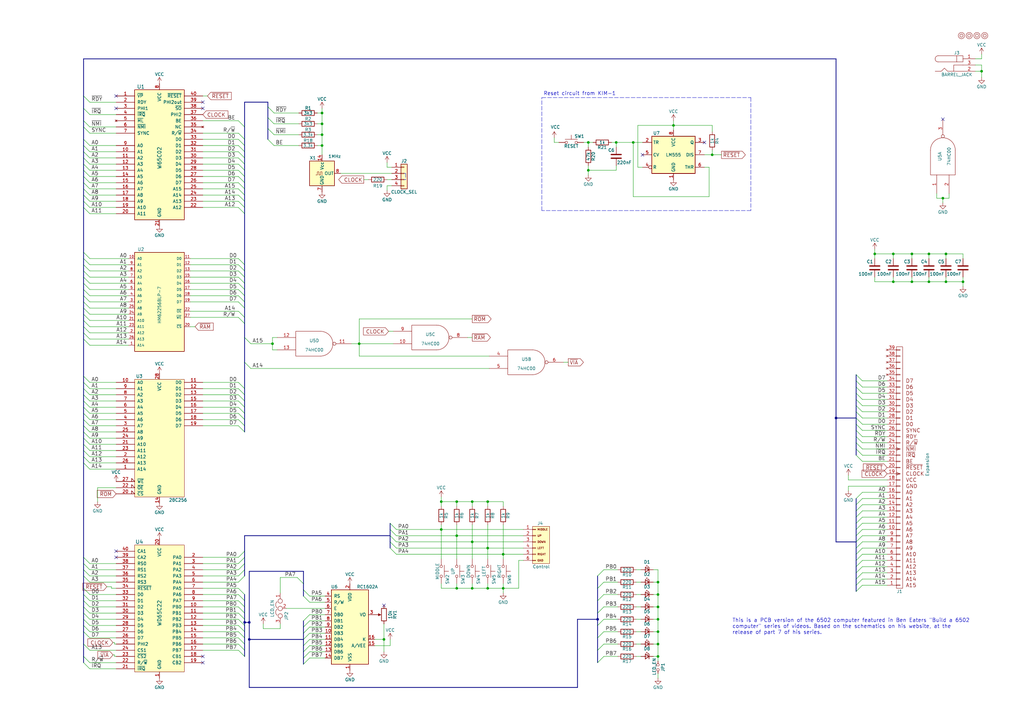
<source format=kicad_sch>
(kicad_sch (version 20211123) (generator eeschema)
  (paper "A3")
  (title_block (title "BE6502 SBC") (rev "B"))
  (junction (at 200.025 205.74))
  (junction (at 200.025 224.79))
  (junction (at 157.48 262.255))
  (junction (at 187.325 219.71))
  (junction (at 187.325 241.3))
  (junction (at 187.325 205.74))
  (junction (at 269.875 238.76))
  (junction (at 180.975 205.74))
  (junction (at 381 104.14))
  (junction (at 269.875 259.08))
  (junction (at 366.395 104.14))
  (junction (at 132.08 55.245))
  (junction (at 102.235 262.255))
  (junction (at 193.675 222.25))
  (junction (at 100.33 255.27))
  (junction (at 132.08 59.69))
  (junction (at 387.985 115.57))
  (junction (at 402.59 29.21))
  (junction (at 206.375 227.33))
  (junction (at 206.375 241.3))
  (junction (at 269.875 254))
  (junction (at 387.985 104.14))
  (junction (at 245.11 254))
  (junction (at 132.08 46.355))
  (junction (at 147.32 140.97))
  (junction (at 269.875 243.84))
  (junction (at 241.3 58.42))
  (junction (at 342.9 171.45))
  (junction (at 252.73 58.42))
  (junction (at 374.015 115.57))
  (junction (at 366.395 115.57))
  (junction (at 193.675 241.3))
  (junction (at 374.015 104.14))
  (junction (at 269.875 248.92))
  (junction (at 200.025 241.3))
  (junction (at 292.1 63.5))
  (junction (at 386.715 81.28))
  (junction (at 259.715 58.42))
  (junction (at 381 115.57))
  (junction (at 132.08 50.8))
  (junction (at 269.875 269.24))
  (junction (at 358.775 104.14))
  (junction (at 193.675 205.74))
  (junction (at 102.235 255.27))
  (junction (at 111.76 140.97))
  (junction (at 276.225 51.435))
  (junction (at 394.97 115.57))
  (junction (at 241.3 69.85))
  (junction (at 180.975 217.17))
  (junction (at 269.875 264.16))
  (no_connect (at 157.48 248.285))
  (no_connect (at 288.925 58.42))
  (no_connect (at 83.185 41.91))
  (no_connect (at 83.185 44.45))
  (no_connect (at 83.185 271.78))
  (no_connect (at 47.625 228.6))
  (no_connect (at 47.625 39.37))
  (no_connect (at 263.525 63.5))
  (no_connect (at 47.625 44.45))
  (no_connect (at 83.185 269.24))
  (no_connect (at 47.625 226.06))
  (no_connect (at 386.715 48.895))
  (bus_entry (at 351.155 227.33) (size 2.54 -2.54))
  (bus_entry (at 351.155 209.55) (size 2.54 -2.54))
  (bus_entry (at 34.29 182.245) (size 2.54 2.54))
  (bus_entry (at 34.29 228.6) (size 2.54 2.54))
  (bus_entry (at 97.79 174.625) (size 2.54 2.54))
  (bus_entry (at 351.155 214.63) (size 2.54 -2.54))
  (bus_entry (at 97.79 167.005) (size 2.54 2.54))
  (bus_entry (at 34.29 187.325) (size 2.54 2.54))
  (bus_entry (at 124.46 272.415) (size 2.54 -2.54))
  (bus_entry (at 34.29 77.47) (size 2.54 2.54))
  (bus_entry (at 351.155 204.47) (size 2.54 -2.54))
  (bus_entry (at 34.29 57.15) (size 2.54 2.54))
  (bus_entry (at 351.155 219.71) (size 2.54 -2.54))
  (bus_entry (at 34.29 159.385) (size 2.54 2.54))
  (bus_entry (at 34.29 184.785) (size 2.54 2.54))
  (bus_entry (at 34.29 136.525) (size 2.54 2.54))
  (bus_entry (at 247.65 248.92) (size -2.54 2.54))
  (bus_entry (at 97.79 266.7) (size 2.54 2.54))
  (bus_entry (at 34.29 52.07) (size 2.54 2.54))
  (bus_entry (at 34.29 82.55) (size 2.54 2.54))
  (bus_entry (at 34.29 254) (size 2.54 2.54))
  (bus_entry (at 162.56 224.79) (size -2.54 -2.54))
  (bus_entry (at 100.33 138.43) (size 2.54 2.54))
  (bus_entry (at 124.46 257.175) (size 2.54 -2.54))
  (bus_entry (at 34.29 172.085) (size 2.54 2.54))
  (bus_entry (at 247.65 264.16) (size -2.54 2.54))
  (bus_entry (at 34.29 156.845) (size 2.54 2.54))
  (bus_entry (at 247.65 269.24) (size -2.54 2.54))
  (bus_entry (at 34.29 236.22) (size 2.54 2.54))
  (bus_entry (at 247.65 243.84) (size -2.54 2.54))
  (bus_entry (at 34.29 269.24) (size 2.54 2.54))
  (bus_entry (at 34.29 62.23) (size 2.54 2.54))
  (bus_entry (at 97.79 228.6) (size 2.54 -2.54))
  (bus_entry (at 351.155 240.03) (size 2.54 -2.54))
  (bus_entry (at 34.29 85.09) (size 2.54 2.54))
  (bus_entry (at 353.695 161.29) (size -2.54 -2.54))
  (bus_entry (at 34.29 49.53) (size 2.54 2.54))
  (bus_entry (at 97.79 159.385) (size 2.54 2.54))
  (bus_entry (at 97.79 74.93) (size 2.54 2.54))
  (bus_entry (at 34.29 67.31) (size 2.54 2.54))
  (bus_entry (at 34.29 256.54) (size 2.54 2.54))
  (bus_entry (at 97.79 118.745) (size 2.54 2.54))
  (bus_entry (at 97.79 59.69) (size 2.54 2.54))
  (bus_entry (at 97.79 261.62) (size 2.54 2.54))
  (bus_entry (at 97.79 67.31) (size 2.54 2.54))
  (bus_entry (at 34.29 233.68) (size 2.54 2.54))
  (bus_entry (at 112.395 46.355) (size -2.54 -2.54))
  (bus_entry (at 34.29 118.745) (size 2.54 2.54))
  (bus_entry (at 34.29 69.85) (size 2.54 2.54))
  (bus_entry (at 34.29 39.37) (size 2.54 2.54))
  (bus_entry (at 34.29 154.305) (size 2.54 2.54))
  (bus_entry (at 34.29 246.38) (size 2.54 2.54))
  (bus_entry (at 97.79 123.825) (size 2.54 2.54))
  (bus_entry (at 353.695 189.23) (size -2.54 -2.54))
  (bus_entry (at 124.46 267.335) (size 2.54 -2.54))
  (bus_entry (at 34.29 111.125) (size 2.54 2.54))
  (bus_entry (at 162.56 219.71) (size -2.54 -2.54))
  (bus_entry (at 97.79 233.68) (size 2.54 -2.54))
  (bus_entry (at 34.29 59.69) (size 2.54 2.54))
  (bus_entry (at 351.155 222.25) (size 2.54 -2.54))
  (bus_entry (at 124.46 241.935) (size 2.54 2.54))
  (bus_entry (at 34.29 121.285) (size 2.54 2.54))
  (bus_entry (at 124.46 264.795) (size 2.54 -2.54))
  (bus_entry (at 34.29 44.45) (size 2.54 2.54))
  (bus_entry (at 97.79 62.23) (size 2.54 2.54))
  (bus_entry (at 97.79 72.39) (size 2.54 2.54))
  (bus_entry (at 34.29 174.625) (size 2.54 2.54))
  (bus_entry (at 34.29 139.065) (size 2.54 2.54))
  (bus_entry (at 353.695 176.53) (size -2.54 -2.54))
  (bus_entry (at 353.695 166.37) (size -2.54 -2.54))
  (bus_entry (at 112.395 55.245) (size -2.54 -2.54))
  (bus_entry (at 97.79 111.125) (size 2.54 2.54))
  (bus_entry (at 34.29 259.08) (size 2.54 2.54))
  (bus_entry (at 34.29 113.665) (size 2.54 2.54))
  (bus_entry (at 34.29 126.365) (size 2.54 2.54))
  (bus_entry (at 34.29 123.825) (size 2.54 2.54))
  (bus_entry (at 97.79 106.045) (size 2.54 2.54))
  (bus_entry (at 97.79 77.47) (size 2.54 2.54))
  (bus_entry (at 124.46 254.635) (size 2.54 -2.54))
  (bus_entry (at 353.695 186.69) (size -2.54 -2.54))
  (bus_entry (at 112.395 59.69) (size -2.54 -2.54))
  (bus_entry (at 97.79 256.54) (size 2.54 2.54))
  (bus_entry (at 34.29 271.78) (size 2.54 2.54))
  (bus_entry (at 353.695 168.91) (size -2.54 -2.54))
  (bus_entry (at 124.46 259.715) (size 2.54 -2.54))
  (bus_entry (at 34.29 231.14) (size 2.54 2.54))
  (bus_entry (at 97.79 108.585) (size 2.54 2.54))
  (bus_entry (at 97.79 49.53) (size 2.54 2.54))
  (bus_entry (at 97.79 259.08) (size 2.54 2.54))
  (bus_entry (at 34.29 108.585) (size 2.54 2.54))
  (bus_entry (at 97.79 254) (size 2.54 2.54))
  (bus_entry (at 34.29 106.045) (size 2.54 2.54))
  (bus_entry (at 34.29 189.865) (size 2.54 2.54))
  (bus_entry (at 353.695 163.83) (size -2.54 -2.54))
  (bus_entry (at 97.79 231.14) (size 2.54 -2.54))
  (bus_entry (at 34.29 133.985) (size 2.54 2.54))
  (bus_entry (at 97.79 54.61) (size 2.54 2.54))
  (bus_entry (at 34.29 103.505) (size 2.54 2.54))
  (bus_entry (at 97.79 82.55) (size 2.54 2.54))
  (bus_entry (at 97.79 236.22) (size 2.54 -2.54))
  (bus_entry (at 34.29 169.545) (size 2.54 2.54))
  (bus_entry (at 162.56 227.33) (size -2.54 -2.54))
  (bus_entry (at 34.29 80.01) (size 2.54 2.54))
  (bus_entry (at 97.79 116.205) (size 2.54 2.54))
  (bus_entry (at 34.29 164.465) (size 2.54 2.54))
  (bus_entry (at 34.29 64.77) (size 2.54 2.54))
  (bus_entry (at 97.79 169.545) (size 2.54 2.54))
  (bus_entry (at 34.29 177.165) (size 2.54 2.54))
  (bus_entry (at 353.695 179.07) (size -2.54 -2.54))
  (bus_entry (at 97.79 121.285) (size 2.54 2.54))
  (bus_entry (at 247.65 259.08) (size -2.54 2.54))
  (bus_entry (at 97.79 264.16) (size 2.54 2.54))
  (bus_entry (at 34.29 179.705) (size 2.54 2.54))
  (bus_entry (at 353.695 184.15) (size -2.54 -2.54))
  (bus_entry (at 351.155 217.17) (size 2.54 -2.54))
  (bus_entry (at 34.29 131.445) (size 2.54 2.54))
  (bus_entry (at 97.79 57.15) (size 2.54 2.54))
  (bus_entry (at 97.79 127.635) (size 2.54 2.54))
  (bus_entry (at 162.56 222.25) (size -2.54 -2.54))
  (bus_entry (at 247.65 233.68) (size -2.54 2.54))
  (bus_entry (at 353.695 158.75) (size -2.54 -2.54))
  (bus_entry (at 353.695 171.45) (size -2.54 -2.54))
  (bus_entry (at 97.79 130.175) (size 2.54 2.54))
  (bus_entry (at 351.155 234.95) (size 2.54 -2.54))
  (bus_entry (at 351.155 237.49) (size 2.54 -2.54))
  (bus_entry (at 34.29 251.46) (size 2.54 2.54))
  (bus_entry (at 34.29 248.92) (size 2.54 2.54))
  (bus_entry (at 34.29 128.905) (size 2.54 2.54))
  (bus_entry (at 353.695 156.21) (size -2.54 -2.54))
  (bus_entry (at 34.29 72.39) (size 2.54 2.54))
  (bus_entry (at 34.29 74.93) (size 2.54 2.54))
  (bus_entry (at 247.65 254) (size -2.54 2.54))
  (bus_entry (at 97.79 64.77) (size 2.54 2.54))
  (bus_entry (at 351.155 207.01) (size 2.54 -2.54))
  (bus_entry (at 351.155 242.57) (size 2.54 -2.54))
  (bus_entry (at 162.56 217.17) (size -2.54 -2.54))
  (bus_entry (at 97.79 80.01) (size 2.54 2.54))
  (bus_entry (at 97.79 161.925) (size 2.54 2.54))
  (bus_entry (at 97.79 243.84) (size 2.54 2.54))
  (bus_entry (at 97.79 241.3) (size 2.54 2.54))
  (bus_entry (at 100.33 148.59) (size 2.54 2.54))
  (bus_entry (at 97.79 172.085) (size 2.54 2.54))
  (bus_entry (at 351.155 212.09) (size 2.54 -2.54))
  (bus_entry (at 97.79 246.38) (size 2.54 2.54))
  (bus_entry (at 353.695 181.61) (size -2.54 -2.54))
  (bus_entry (at 34.29 243.84) (size 2.54 2.54))
  (bus_entry (at 124.46 269.875) (size 2.54 -2.54))
  (bus_entry (at 97.79 164.465) (size 2.54 2.54))
  (bus_entry (at 97.79 113.665) (size 2.54 2.54))
  (bus_entry (at 97.79 251.46) (size 2.54 2.54))
  (bus_entry (at 124.46 244.475) (size 2.54 2.54))
  (bus_entry (at 353.695 173.99) (size -2.54 -2.54))
  (bus_entry (at 97.79 69.85) (size 2.54 2.54))
  (bus_entry (at 34.29 264.16) (size 2.54 2.54))
  (bus_entry (at 34.29 116.205) (size 2.54 2.54))
  (bus_entry (at 121.92 236.855) (size 2.54 2.54))
  (bus_entry (at 97.79 238.76) (size 2.54 -2.54))
  (bus_entry (at 351.155 229.87) (size 2.54 -2.54))
  (bus_entry (at 247.65 238.76) (size -2.54 2.54))
  (bus_entry (at 97.79 85.09) (size 2.54 2.54))
  (bus_entry (at 34.29 161.925) (size 2.54 2.54))
  (bus_entry (at 34.29 167.005) (size 2.54 2.54))
  (bus_entry (at 97.79 248.92) (size 2.54 2.54))
  (bus_entry (at 124.46 262.255) (size 2.54 -2.54))
  (bus_entry (at 351.155 224.79) (size 2.54 -2.54))
  (bus_entry (at 112.395 50.8) (size -2.54 -2.54))
  (bus_entry (at 351.155 232.41) (size 2.54 -2.54))
  (bus_entry (at 34.29 241.3) (size 2.54 2.54))
  (bus_entry (at 97.79 156.845) (size 2.54 2.54))
  (bus (pts (xy 34.29 228.6) (xy 34.29 231.14)))
  (bus (pts (xy 351.155 153.67) (xy 351.155 156.21)))
  (wire (pts (xy 158.75 66.675) (xy 158.75 68.58)))
  (wire (pts (xy 147.32 130.81) (xy 147.32 140.97)))
  (wire (pts (xy 381 104.14) (xy 387.985 104.14)))
  (wire (pts (xy 47.625 156.845) (xy 36.83 156.845)))
  (bus (pts (xy 100.33 251.46) (xy 100.33 254)))
  (wire (pts (xy 387.985 104.14) (xy 394.97 104.14)))
  (bus (pts (xy 351.155 204.47) (xy 351.155 207.01)))
  (wire (pts (xy 36.83 72.39) (xy 47.625 72.39)))
  (wire (pts (xy 130.175 46.355) (xy 132.08 46.355)))
  (wire (pts (xy 147.32 146.05) (xy 200.66 146.05)))
  (wire (pts (xy 269.875 233.68) (xy 269.875 238.76)))
  (bus (pts (xy 34.29 231.14) (xy 34.29 233.68)))
  (bus (pts (xy 100.33 164.465) (xy 100.33 167.005)))
  (bus (pts (xy 34.29 159.385) (xy 34.29 161.925)))
  (wire (pts (xy 46.355 268.605) (xy 46.99 268.605)))
  (wire (pts (xy 121.92 236.855) (xy 114.935 236.855)))
  (wire (pts (xy 47.625 274.32) (xy 36.83 274.32)))
  (bus (pts (xy 100.33 228.6) (xy 100.33 231.14)))
  (wire (pts (xy 40.005 200.025) (xy 40.005 205.74)))
  (wire (pts (xy 97.79 116.205) (xy 78.105 116.205)))
  (bus (pts (xy 160.02 214.63) (xy 160.02 217.17)))
  (wire (pts (xy 187.325 219.71) (xy 187.325 229.235)))
  (wire (pts (xy 83.185 156.845) (xy 97.79 156.845)))
  (wire (pts (xy 133.35 262.255) (xy 127 262.255)))
  (bus (pts (xy 109.855 41.91) (xy 109.855 43.815)))
  (bus (pts (xy 245.11 266.7) (xy 245.11 271.78)))
  (wire (pts (xy 83.185 82.55) (xy 97.79 82.55)))
  (bus (pts (xy 34.29 139.065) (xy 34.29 154.305)))
  (bus (pts (xy 34.29 256.54) (xy 34.29 259.08)))
  (wire (pts (xy 353.695 204.47) (xy 363.855 204.47)))
  (wire (pts (xy 83.185 167.005) (xy 97.79 167.005)))
  (wire (pts (xy 36.83 41.91) (xy 47.625 41.91)))
  (bus (pts (xy 124.46 234.315) (xy 124.46 239.395)))
  (wire (pts (xy 353.695 234.95) (xy 363.855 234.95)))
  (wire (pts (xy 261.62 68.58) (xy 261.62 51.435)))
  (wire (pts (xy 36.83 164.465) (xy 47.625 164.465)))
  (wire (pts (xy 214.63 224.79) (xy 200.025 224.79)))
  (bus (pts (xy 351.155 222.25) (xy 342.9 222.25)))
  (wire (pts (xy 252.73 60.325) (xy 252.73 58.42)))
  (wire (pts (xy 130.175 50.8) (xy 132.08 50.8)))
  (wire (pts (xy 252.73 69.85) (xy 252.73 67.945)))
  (bus (pts (xy 124.46 257.175) (xy 124.46 259.715)))
  (wire (pts (xy 229.235 58.42) (xy 227.33 58.42)))
  (wire (pts (xy 353.695 161.29) (xy 363.855 161.29)))
  (wire (pts (xy 47.625 200.025) (xy 40.005 200.025)))
  (bus (pts (xy 245.11 261.62) (xy 245.11 266.7)))
  (wire (pts (xy 394.97 115.57) (xy 394.97 117.475)))
  (wire (pts (xy 112.395 59.69) (xy 122.555 59.69)))
  (wire (pts (xy 353.695 240.03) (xy 363.855 240.03)))
  (bus (pts (xy 100.33 255.27) (xy 100.33 256.54)))
  (bus (pts (xy 245.11 251.46) (xy 245.11 254)))
  (wire (pts (xy 97.79 259.08) (xy 83.185 259.08)))
  (wire (pts (xy 147.32 140.97) (xy 147.32 146.05)))
  (wire (pts (xy 47.625 161.925) (xy 36.83 161.925)))
  (wire (pts (xy 353.695 212.09) (xy 363.855 212.09)))
  (wire (pts (xy 374.015 113.665) (xy 374.015 115.57)))
  (wire (pts (xy 112.395 55.245) (xy 122.555 55.245)))
  (wire (pts (xy 47.625 167.005) (xy 36.83 167.005)))
  (bus (pts (xy 34.29 254) (xy 34.29 256.54)))
  (wire (pts (xy 36.83 67.31) (xy 47.625 67.31)))
  (wire (pts (xy 180.975 217.17) (xy 214.63 217.17)))
  (wire (pts (xy 46.99 268.605) (xy 46.99 269.24)))
  (wire (pts (xy 83.185 59.69) (xy 97.79 59.69)))
  (wire (pts (xy 233.045 148.59) (xy 231.14 148.59)))
  (bus (pts (xy 34.29 67.31) (xy 34.29 69.85)))
  (wire (pts (xy 162.56 219.71) (xy 187.325 219.71)))
  (wire (pts (xy 36.83 177.165) (xy 47.625 177.165)))
  (wire (pts (xy 267.97 259.08) (xy 269.875 259.08)))
  (bus (pts (xy 351.155 161.29) (xy 351.155 163.83)))
  (wire (pts (xy 261.62 51.435) (xy 276.225 51.435)))
  (wire (pts (xy 36.83 236.22) (xy 47.625 236.22)))
  (wire (pts (xy 241.3 60.325) (xy 241.3 58.42)))
  (wire (pts (xy 387.985 113.665) (xy 387.985 115.57)))
  (wire (pts (xy 83.185 54.61) (xy 97.79 54.61)))
  (wire (pts (xy 102.87 151.13) (xy 200.66 151.13)))
  (wire (pts (xy 83.185 174.625) (xy 97.79 174.625)))
  (bus (pts (xy 124.46 259.715) (xy 124.46 262.255)))
  (bus (pts (xy 245.11 256.54) (xy 245.11 261.62)))
  (wire (pts (xy 193.675 207.645) (xy 193.675 205.74)))
  (wire (pts (xy 386.715 81.28) (xy 389.255 81.28)))
  (polyline (pts (xy 166.37 71.12) (xy 166.37 73.66)))
  (wire (pts (xy 132.08 55.245) (xy 130.175 55.245)))
  (wire (pts (xy 187.325 239.395) (xy 187.325 241.3)))
  (wire (pts (xy 97.79 236.22) (xy 83.185 236.22)))
  (bus (pts (xy 124.46 262.255) (xy 124.46 264.795)))
  (wire (pts (xy 97.79 243.84) (xy 83.185 243.84)))
  (wire (pts (xy 353.695 181.61) (xy 363.855 181.61)))
  (wire (pts (xy 269.875 264.16) (xy 269.875 269.24)))
  (wire (pts (xy 214.63 227.33) (xy 206.375 227.33)))
  (wire (pts (xy 260.985 264.16) (xy 262.89 264.16)))
  (bus (pts (xy 100.33 159.385) (xy 100.33 161.925)))
  (bus (pts (xy 342.9 171.45) (xy 342.9 222.25)))
  (wire (pts (xy 353.695 186.69) (xy 363.855 186.69)))
  (bus (pts (xy 34.29 108.585) (xy 34.29 111.125)))
  (wire (pts (xy 381 115.57) (xy 387.985 115.57)))
  (wire (pts (xy 36.83 139.065) (xy 52.705 139.065)))
  (bus (pts (xy 100.33 77.47) (xy 100.33 80.01)))
  (wire (pts (xy 374.015 104.14) (xy 381 104.14)))
  (wire (pts (xy 46.99 269.24) (xy 47.625 269.24)))
  (wire (pts (xy 260.985 259.08) (xy 262.89 259.08)))
  (wire (pts (xy 111.76 138.43) (xy 111.76 140.97)))
  (wire (pts (xy 358.775 115.57) (xy 366.395 115.57)))
  (bus (pts (xy 100.33 254) (xy 100.33 255.27)))
  (wire (pts (xy 36.83 46.99) (xy 47.625 46.99)))
  (wire (pts (xy 132.08 50.8) (xy 132.08 55.245)))
  (wire (pts (xy 200.025 205.74) (xy 206.375 205.74)))
  (wire (pts (xy 259.715 80.645) (xy 290.83 80.645)))
  (wire (pts (xy 36.83 121.285) (xy 52.705 121.285)))
  (bus (pts (xy 34.29 85.09) (xy 34.29 103.505)))
  (wire (pts (xy 36.83 251.46) (xy 47.625 251.46)))
  (bus (pts (xy 100.33 41.91) (xy 100.33 52.07)))
  (wire (pts (xy 47.625 189.865) (xy 36.83 189.865)))
  (bus (pts (xy 100.33 261.62) (xy 100.33 264.16)))
  (wire (pts (xy 247.65 248.92) (xy 253.365 248.92)))
  (bus (pts (xy 236.855 281.94) (xy 102.235 281.94)))
  (wire (pts (xy 97.79 67.31) (xy 83.185 67.31)))
  (wire (pts (xy 36.83 192.405) (xy 47.625 192.405)))
  (wire (pts (xy 97.79 118.745) (xy 78.105 118.745)))
  (bus (pts (xy 351.155 219.71) (xy 351.155 222.25)))
  (wire (pts (xy 157.48 262.255) (xy 153.67 262.255)))
  (wire (pts (xy 386.715 81.28) (xy 386.715 83.185)))
  (wire (pts (xy 36.83 128.905) (xy 52.705 128.905)))
  (wire (pts (xy 269.875 269.24) (xy 269.875 271.145)))
  (wire (pts (xy 206.375 241.3) (xy 212.725 241.3)))
  (wire (pts (xy 83.185 64.77) (xy 97.79 64.77)))
  (wire (pts (xy 36.83 118.745) (xy 52.705 118.745)))
  (wire (pts (xy 247.65 238.76) (xy 253.365 238.76)))
  (wire (pts (xy 353.695 237.49) (xy 363.855 237.49)))
  (bus (pts (xy 124.46 239.395) (xy 124.46 241.935)))
  (bus (pts (xy 100.33 74.93) (xy 100.33 77.47)))
  (wire (pts (xy 363.855 184.15) (xy 353.695 184.15)))
  (wire (pts (xy 247.65 264.16) (xy 253.365 264.16)))
  (wire (pts (xy 36.83 82.55) (xy 47.625 82.55)))
  (wire (pts (xy 206.375 239.395) (xy 206.375 241.3)))
  (bus (pts (xy 100.33 118.745) (xy 100.33 121.285)))
  (bus (pts (xy 34.29 131.445) (xy 34.29 133.985)))
  (wire (pts (xy 187.325 215.265) (xy 187.325 219.71)))
  (wire (pts (xy 36.83 113.665) (xy 52.705 113.665)))
  (wire (pts (xy 36.83 271.78) (xy 47.625 271.78)))
  (bus (pts (xy 351.155 214.63) (xy 351.155 217.17)))
  (wire (pts (xy 97.79 248.92) (xy 83.185 248.92)))
  (wire (pts (xy 97.79 261.62) (xy 83.185 261.62)))
  (wire (pts (xy 133.35 264.795) (xy 127 264.795)))
  (bus (pts (xy 351.155 229.87) (xy 351.155 232.41)))
  (wire (pts (xy 269.875 269.24) (xy 267.97 269.24)))
  (bus (pts (xy 102.235 262.255) (xy 102.235 281.94)))
  (wire (pts (xy 97.79 111.125) (xy 78.105 111.125)))
  (wire (pts (xy 36.83 246.38) (xy 47.625 246.38)))
  (wire (pts (xy 180.975 217.17) (xy 180.975 229.235)))
  (wire (pts (xy 269.875 248.92) (xy 269.875 254)))
  (bus (pts (xy 100.33 266.7) (xy 100.33 269.24)))
  (wire (pts (xy 180.975 239.395) (xy 180.975 241.3)))
  (wire (pts (xy 160.02 262.255) (xy 160.02 264.795)))
  (wire (pts (xy 374.015 115.57) (xy 381 115.57)))
  (wire (pts (xy 83.185 161.925) (xy 97.79 161.925)))
  (bus (pts (xy 100.33 52.07) (xy 100.33 57.15)))
  (bus (pts (xy 351.155 181.61) (xy 351.155 184.15)))
  (bus (pts (xy 342.9 24.13) (xy 34.29 24.13)))
  (bus (pts (xy 34.29 177.165) (xy 34.29 179.705)))
  (wire (pts (xy 292.1 51.435) (xy 292.1 53.975)))
  (wire (pts (xy 47.625 254) (xy 36.83 254)))
  (wire (pts (xy 157.48 262.255) (xy 157.48 267.335)))
  (wire (pts (xy 47.625 169.545) (xy 36.83 169.545)))
  (wire (pts (xy 36.83 74.93) (xy 47.625 74.93)))
  (wire (pts (xy 389.255 81.28) (xy 389.255 79.375)))
  (bus (pts (xy 102.235 234.315) (xy 124.46 234.315)))
  (bus (pts (xy 100.33 126.365) (xy 100.33 130.175)))
  (wire (pts (xy 85.09 39.37) (xy 83.185 39.37)))
  (wire (pts (xy 144.145 140.97) (xy 147.32 140.97)))
  (bus (pts (xy 351.155 163.83) (xy 351.155 166.37)))
  (bus (pts (xy 351.155 156.21) (xy 351.155 158.75)))
  (bus (pts (xy 100.33 72.39) (xy 100.33 74.93)))
  (wire (pts (xy 241.3 58.42) (xy 243.205 58.42)))
  (wire (pts (xy 36.83 111.125) (xy 52.705 111.125)))
  (wire (pts (xy 384.175 81.28) (xy 386.715 81.28)))
  (wire (pts (xy 36.83 261.62) (xy 47.625 261.62)))
  (wire (pts (xy 353.695 176.53) (xy 363.855 176.53)))
  (wire (pts (xy 269.875 259.08) (xy 269.875 264.16)))
  (bus (pts (xy 351.155 232.41) (xy 351.155 234.95)))
  (wire (pts (xy 36.83 248.92) (xy 47.625 248.92)))
  (wire (pts (xy 366.395 104.14) (xy 374.015 104.14)))
  (wire (pts (xy 193.675 222.25) (xy 214.63 222.25)))
  (wire (pts (xy 36.83 266.7) (xy 47.625 266.7)))
  (bus (pts (xy 102.235 234.315) (xy 102.235 255.27)))
  (bus (pts (xy 100.33 231.14) (xy 100.33 233.68)))
  (wire (pts (xy 78.105 130.175) (xy 97.79 130.175)))
  (wire (pts (xy 45.72 240.665) (xy 45.72 241.3)))
  (wire (pts (xy 353.695 171.45) (xy 363.855 171.45)))
  (bus (pts (xy 100.33 108.585) (xy 100.33 111.125)))
  (wire (pts (xy 292.1 61.595) (xy 292.1 63.5)))
  (wire (pts (xy 276.225 51.435) (xy 276.225 49.53)))
  (bus (pts (xy 351.155 173.99) (xy 351.155 176.53)))
  (wire (pts (xy 112.395 46.355) (xy 122.555 46.355)))
  (wire (pts (xy 402.59 29.21) (xy 402.59 31.75)))
  (wire (pts (xy 180.975 203.835) (xy 180.975 205.74)))
  (wire (pts (xy 97.79 123.825) (xy 78.105 123.825)))
  (wire (pts (xy 132.08 59.69) (xy 132.08 63.5)))
  (bus (pts (xy 100.33 111.125) (xy 100.33 113.665)))
  (wire (pts (xy 47.625 179.705) (xy 36.83 179.705)))
  (wire (pts (xy 97.79 74.93) (xy 83.185 74.93)))
  (wire (pts (xy 97.79 256.54) (xy 83.185 256.54)))
  (bus (pts (xy 109.855 41.91) (xy 100.33 41.91)))
  (wire (pts (xy 250.825 58.42) (xy 252.73 58.42)))
  (wire (pts (xy 206.375 241.3) (xy 206.375 243.205)))
  (wire (pts (xy 387.985 115.57) (xy 394.97 115.57)))
  (wire (pts (xy 269.875 238.76) (xy 269.875 243.84)))
  (bus (pts (xy 34.29 57.15) (xy 34.29 59.69)))
  (wire (pts (xy 97.79 238.76) (xy 83.185 238.76)))
  (wire (pts (xy 353.695 229.87) (xy 363.855 229.87)))
  (wire (pts (xy 160.655 76.2) (xy 158.75 76.2)))
  (wire (pts (xy 290.83 68.58) (xy 288.925 68.58)))
  (wire (pts (xy 47.625 259.08) (xy 36.83 259.08)))
  (bus (pts (xy 160.02 219.71) (xy 160.02 222.25)))
  (wire (pts (xy 193.675 241.3) (xy 200.025 241.3)))
  (bus (pts (xy 34.29 236.22) (xy 34.29 241.3)))
  (bus (pts (xy 34.29 74.93) (xy 34.29 77.47)))
  (bus (pts (xy 100.33 132.715) (xy 100.33 138.43)))
  (wire (pts (xy 97.79 72.39) (xy 83.185 72.39)))
  (wire (pts (xy 36.83 123.825) (xy 52.705 123.825)))
  (wire (pts (xy 366.395 106.045) (xy 366.395 104.14)))
  (wire (pts (xy 206.375 227.33) (xy 206.375 229.235)))
  (bus (pts (xy 34.29 264.16) (xy 34.29 269.24)))
  (bus (pts (xy 100.33 259.08) (xy 100.33 261.62)))
  (wire (pts (xy 47.625 62.23) (xy 36.83 62.23)))
  (wire (pts (xy 212.725 229.87) (xy 214.63 229.87)))
  (wire (pts (xy 353.695 168.91) (xy 363.855 168.91)))
  (wire (pts (xy 112.395 50.8) (xy 122.555 50.8)))
  (wire (pts (xy 200.025 241.3) (xy 206.375 241.3)))
  (wire (pts (xy 353.695 189.23) (xy 363.855 189.23)))
  (wire (pts (xy 97.79 231.14) (xy 83.185 231.14)))
  (bus (pts (xy 34.29 251.46) (xy 34.29 254)))
  (wire (pts (xy 132.08 59.69) (xy 130.175 59.69)))
  (bus (pts (xy 34.29 246.38) (xy 34.29 248.92)))
  (wire (pts (xy 353.695 158.75) (xy 363.855 158.75)))
  (wire (pts (xy 97.79 80.01) (xy 83.185 80.01)))
  (wire (pts (xy 353.695 201.93) (xy 363.855 201.93)))
  (bus (pts (xy 351.155 158.75) (xy 351.155 161.29)))
  (wire (pts (xy 158.75 76.2) (xy 158.75 78.105)))
  (bus (pts (xy 34.29 241.3) (xy 34.29 243.84)))
  (wire (pts (xy 200.025 207.645) (xy 200.025 205.74)))
  (wire (pts (xy 387.985 104.14) (xy 387.985 106.045)))
  (wire (pts (xy 394.97 115.57) (xy 394.97 113.665)))
  (wire (pts (xy 97.79 108.585) (xy 78.105 108.585)))
  (wire (pts (xy 97.79 106.045) (xy 78.105 106.045)))
  (bus (pts (xy 351.155 224.79) (xy 351.155 227.33)))
  (wire (pts (xy 353.695 214.63) (xy 363.855 214.63)))
  (wire (pts (xy 193.675 239.395) (xy 193.675 241.3)))
  (wire (pts (xy 46.99 264.16) (xy 47.625 264.16)))
  (bus (pts (xy 34.29 111.125) (xy 34.29 113.665)))
  (bus (pts (xy 124.46 262.255) (xy 102.235 262.255)))
  (wire (pts (xy 47.625 233.68) (xy 36.83 233.68)))
  (wire (pts (xy 162.56 224.79) (xy 200.025 224.79)))
  (bus (pts (xy 100.33 219.71) (xy 100.33 226.06)))
  (bus (pts (xy 34.29 103.505) (xy 34.29 106.045)))
  (wire (pts (xy 180.975 205.74) (xy 180.975 207.645)))
  (bus (pts (xy 34.29 161.925) (xy 34.29 164.465)))
  (bus (pts (xy 100.33 243.84) (xy 100.33 246.38)))
  (bus (pts (xy 100.33 82.55) (xy 100.33 85.09)))
  (wire (pts (xy 180.975 215.265) (xy 180.975 217.17)))
  (bus (pts (xy 34.29 156.845) (xy 34.29 159.385)))
  (wire (pts (xy 36.83 238.76) (xy 47.625 238.76)))
  (wire (pts (xy 97.79 57.15) (xy 83.185 57.15)))
  (wire (pts (xy 267.97 248.92) (xy 269.875 248.92)))
  (wire (pts (xy 247.65 233.68) (xy 253.365 233.68)))
  (wire (pts (xy 78.105 127.635) (xy 97.79 127.635)))
  (wire (pts (xy 180.975 205.74) (xy 187.325 205.74)))
  (bus (pts (xy 34.29 106.045) (xy 34.29 108.585)))
  (bus (pts (xy 100.33 161.925) (xy 100.33 164.465)))
  (bus (pts (xy 245.11 246.38) (xy 245.11 251.46)))
  (bus (pts (xy 34.29 128.905) (xy 34.29 131.445)))
  (bus (pts (xy 100.33 69.85) (xy 100.33 72.39)))
  (bus (pts (xy 34.29 44.45) (xy 34.29 49.53)))
  (bus (pts (xy 34.29 248.92) (xy 34.29 251.46)))
  (polyline (pts (xy 307.975 40.005) (xy 307.975 86.36)))
  (wire (pts (xy 381 113.665) (xy 381 115.57)))
  (wire (pts (xy 247.65 254) (xy 253.365 254)))
  (wire (pts (xy 36.83 59.69) (xy 47.625 59.69)))
  (wire (pts (xy 358.775 115.57) (xy 358.775 113.665)))
  (bus (pts (xy 34.29 184.785) (xy 34.29 187.325)))
  (wire (pts (xy 132.08 46.355) (xy 132.08 50.8)))
  (wire (pts (xy 353.695 163.83) (xy 363.855 163.83)))
  (wire (pts (xy 133.35 252.095) (xy 127 252.095)))
  (wire (pts (xy 353.695 232.41) (xy 363.855 232.41)))
  (wire (pts (xy 111.76 140.97) (xy 111.76 143.51)))
  (wire (pts (xy 83.185 159.385) (xy 97.79 159.385)))
  (wire (pts (xy 227.33 58.42) (xy 227.33 56.515)))
  (wire (pts (xy 260.985 233.68) (xy 262.89 233.68)))
  (bus (pts (xy 342.9 171.45) (xy 351.155 171.45)))
  (bus (pts (xy 351.155 207.01) (xy 351.155 209.55)))
  (bus (pts (xy 34.29 24.13) (xy 34.29 39.37)))
  (bus (pts (xy 351.155 176.53) (xy 351.155 179.07)))
  (wire (pts (xy 80.01 133.985) (xy 78.105 133.985)))
  (wire (pts (xy 260.985 269.24) (xy 262.89 269.24)))
  (wire (pts (xy 180.975 241.3) (xy 187.325 241.3)))
  (bus (pts (xy 100.33 174.625) (xy 100.33 177.165)))
  (polyline (pts (xy 307.975 86.36) (xy 222.25 86.36)))
  (bus (pts (xy 34.29 136.525) (xy 34.29 139.065)))
  (bus (pts (xy 124.46 267.335) (xy 124.46 269.875)))
  (wire (pts (xy 353.695 207.01) (xy 363.855 207.01)))
  (wire (pts (xy 241.3 69.85) (xy 241.3 71.755)))
  (wire (pts (xy 162.56 222.25) (xy 193.675 222.25)))
  (bus (pts (xy 100.33 64.77) (xy 100.33 67.31)))
  (wire (pts (xy 36.83 182.245) (xy 47.625 182.245)))
  (wire (pts (xy 261.62 68.58) (xy 263.525 68.58)))
  (wire (pts (xy 114.935 257.81) (xy 114.935 255.905)))
  (wire (pts (xy 36.83 52.07) (xy 47.625 52.07)))
  (wire (pts (xy 36.83 256.54) (xy 47.625 256.54)))
  (wire (pts (xy 47.625 184.785) (xy 36.83 184.785)))
  (wire (pts (xy 97.79 85.09) (xy 83.185 85.09)))
  (wire (pts (xy 260.985 254) (xy 262.89 254)))
  (wire (pts (xy 36.83 136.525) (xy 52.705 136.525)))
  (bus (pts (xy 34.29 259.08) (xy 34.29 264.16)))
  (bus (pts (xy 100.33 130.175) (xy 100.33 132.715)))
  (bus (pts (xy 34.29 121.285) (xy 34.29 123.825)))
  (bus (pts (xy 100.33 248.92) (xy 100.33 251.46)))
  (bus (pts (xy 100.33 226.06) (xy 100.33 228.6)))
  (bus (pts (xy 34.29 187.325) (xy 34.29 189.865)))
  (wire (pts (xy 83.185 172.085) (xy 97.79 172.085)))
  (wire (pts (xy 187.325 207.645) (xy 187.325 205.74)))
  (wire (pts (xy 200.025 224.79) (xy 200.025 229.235)))
  (bus (pts (xy 160.02 222.25) (xy 160.02 224.79)))
  (wire (pts (xy 107.95 255.905) (xy 107.95 257.81)))
  (bus (pts (xy 34.29 72.39) (xy 34.29 74.93)))
  (bus (pts (xy 100.33 123.825) (xy 100.33 126.365)))
  (bus (pts (xy 100.33 62.23) (xy 100.33 64.77)))
  (wire (pts (xy 267.97 243.84) (xy 269.875 243.84)))
  (wire (pts (xy 97.79 254) (xy 83.185 254)))
  (bus (pts (xy 351.155 212.09) (xy 351.155 214.63)))
  (bus (pts (xy 100.33 67.31) (xy 100.33 69.85)))
  (bus (pts (xy 100.33 121.285) (xy 100.33 123.825)))
  (bus (pts (xy 100.33 113.665) (xy 100.33 116.205)))
  (wire (pts (xy 97.79 233.68) (xy 83.185 233.68)))
  (wire (pts (xy 260.985 248.92) (xy 262.89 248.92)))
  (wire (pts (xy 36.83 108.585) (xy 52.705 108.585)))
  (bus (pts (xy 34.29 126.365) (xy 34.29 128.905)))
  (bus (pts (xy 351.155 184.15) (xy 351.155 186.69)))
  (bus (pts (xy 351.155 234.95) (xy 351.155 237.49)))
  (wire (pts (xy 97.79 264.16) (xy 83.185 264.16)))
  (wire (pts (xy 147.32 140.97) (xy 161.29 140.97)))
  (wire (pts (xy 97.79 62.23) (xy 83.185 62.23)))
  (bus (pts (xy 34.29 116.205) (xy 34.29 118.745)))
  (wire (pts (xy 353.695 224.79) (xy 363.855 224.79)))
  (bus (pts (xy 34.29 113.665) (xy 34.29 116.205)))
  (wire (pts (xy 36.83 133.985) (xy 52.705 133.985)))
  (wire (pts (xy 149.225 73.66) (xy 151.13 73.66)))
  (bus (pts (xy 351.155 222.25) (xy 351.155 224.79)))
  (wire (pts (xy 83.185 164.465) (xy 97.79 164.465)))
  (wire (pts (xy 97.79 113.665) (xy 78.105 113.665)))
  (wire (pts (xy 239.395 58.42) (xy 241.3 58.42)))
  (wire (pts (xy 247.65 259.08) (xy 253.365 259.08)))
  (bus (pts (xy 34.29 164.465) (xy 34.29 167.005)))
  (bus (pts (xy 34.29 69.85) (xy 34.29 72.39)))
  (bus (pts (xy 124.46 254.635) (xy 124.46 257.175)))
  (bus (pts (xy 342.9 24.13) (xy 342.9 171.45)))
  (wire (pts (xy 193.675 222.25) (xy 193.675 229.235)))
  (bus (pts (xy 100.33 148.59) (xy 100.33 159.385)))
  (bus (pts (xy 34.29 269.24) (xy 34.29 271.78)))
  (bus (pts (xy 100.33 116.205) (xy 100.33 118.745)))
  (wire (pts (xy 247.65 243.84) (xy 253.365 243.84)))
  (wire (pts (xy 132.08 55.245) (xy 132.08 59.69)))
  (wire (pts (xy 290.83 80.645) (xy 290.83 68.58)))
  (bus (pts (xy 124.46 264.795) (xy 124.46 267.335)))
  (bus (pts (xy 34.29 169.545) (xy 34.29 172.085)))
  (wire (pts (xy 47.625 54.61) (xy 36.83 54.61)))
  (wire (pts (xy 358.775 104.14) (xy 358.775 106.045)))
  (wire (pts (xy 276.225 53.34) (xy 276.225 51.435)))
  (bus (pts (xy 34.29 133.985) (xy 34.29 136.525)))
  (wire (pts (xy 366.395 115.57) (xy 374.015 115.57)))
  (wire (pts (xy 193.675 215.265) (xy 193.675 222.25)))
  (wire (pts (xy 269.875 254) (xy 269.875 259.08)))
  (wire (pts (xy 97.79 266.7) (xy 83.185 266.7)))
  (bus (pts (xy 109.855 48.26) (xy 109.855 52.705)))
  (wire (pts (xy 353.695 227.33) (xy 363.855 227.33)))
  (bus (pts (xy 351.155 240.03) (xy 351.155 242.57)))
  (bus (pts (xy 351.155 217.17) (xy 351.155 219.71)))
  (bus (pts (xy 34.29 59.69) (xy 34.29 62.23)))
  (wire (pts (xy 402.59 26.67) (xy 400.05 26.67)))
  (bus (pts (xy 34.29 154.305) (xy 34.29 156.845)))
  (wire (pts (xy 353.695 209.55) (xy 363.855 209.55)))
  (bus (pts (xy 109.855 52.705) (xy 109.855 57.15)))
  (wire (pts (xy 162.56 227.33) (xy 206.375 227.33)))
  (bus (pts (xy 351.155 227.33) (xy 351.155 229.87)))
  (bus (pts (xy 100.33 264.16) (xy 100.33 266.7)))
  (bus (pts (xy 100.33 246.38) (xy 100.33 248.92)))
  (wire (pts (xy 206.375 205.74) (xy 206.375 207.645)))
  (bus (pts (xy 351.155 171.45) (xy 351.155 173.99)))
  (wire (pts (xy 269.875 243.84) (xy 269.875 248.92)))
  (bus (pts (xy 100.33 85.09) (xy 100.33 87.63)))
  (wire (pts (xy 384.175 79.375) (xy 384.175 81.28)))
  (bus (pts (xy 351.155 237.49) (xy 351.155 240.03)))
  (wire (pts (xy 400.05 29.21) (xy 402.59 29.21)))
  (bus (pts (xy 34.29 64.77) (xy 34.29 67.31)))
  (bus (pts (xy 100.33 167.005) (xy 100.33 169.545)))
  (wire (pts (xy 353.695 179.07) (xy 363.855 179.07)))
  (bus (pts (xy 34.29 174.625) (xy 34.29 177.165)))
  (wire (pts (xy 47.625 77.47) (xy 36.83 77.47)))
  (wire (pts (xy 36.83 243.84) (xy 47.625 243.84)))
  (wire (pts (xy 158.75 68.58) (xy 160.655 68.58)))
  (wire (pts (xy 132.08 44.45) (xy 132.08 46.355)))
  (bus (pts (xy 109.855 43.815) (xy 109.855 48.26)))
  (wire (pts (xy 381 106.045) (xy 381 104.14)))
  (wire (pts (xy 97.79 251.46) (xy 83.185 251.46)))
  (bus (pts (xy 34.29 233.68) (xy 34.29 236.22)))
  (wire (pts (xy 147.32 130.81) (xy 193.675 130.81)))
  (bus (pts (xy 34.29 82.55) (xy 34.29 85.09)))
  (wire (pts (xy 117.475 249.555) (xy 133.35 249.555)))
  (wire (pts (xy 36.83 116.205) (xy 52.705 116.205)))
  (wire (pts (xy 200.025 215.265) (xy 200.025 224.79)))
  (wire (pts (xy 353.695 173.99) (xy 363.855 173.99)))
  (wire (pts (xy 97.79 228.6) (xy 83.185 228.6)))
  (wire (pts (xy 200.025 239.395) (xy 200.025 241.3)))
  (wire (pts (xy 157.48 255.905) (xy 157.48 262.255)))
  (bus (pts (xy 100.33 57.15) (xy 100.33 59.69)))
  (wire (pts (xy 139.7 71.12) (xy 160.655 71.12)))
  (wire (pts (xy 347.98 199.39) (xy 363.855 199.39)))
  (polyline (pts (xy 222.25 86.36) (xy 222.25 40.005)))
  (polyline (pts (xy 166.37 73.66) (xy 165.735 73.66)))
  (wire (pts (xy 267.97 233.68) (xy 269.875 233.68)))
  (polyline (pts (xy 222.25 40.005) (xy 307.975 40.005)))
  (bus (pts (xy 160.02 217.17) (xy 160.02 219.71)))
  (bus (pts (xy 34.29 172.085) (xy 34.29 174.625)))
  (wire (pts (xy 193.675 138.43) (xy 191.77 138.43)))
  (wire (pts (xy 292.1 63.5) (xy 295.91 63.5)))
  (wire (pts (xy 353.695 219.71) (xy 363.855 219.71)))
  (bus (pts (xy 351.155 168.91) (xy 351.155 171.45)))
  (wire (pts (xy 353.695 166.37) (xy 363.855 166.37)))
  (bus (pts (xy 236.855 254) (xy 236.855 281.94)))
  (bus (pts (xy 124.46 241.935) (xy 124.46 244.475)))
  (bus (pts (xy 34.29 189.865) (xy 34.29 228.6)))
  (wire (pts (xy 46.355 263.525) (xy 46.99 263.525)))
  (wire (pts (xy 353.695 217.17) (xy 363.855 217.17)))
  (wire (pts (xy 133.35 247.015) (xy 127 247.015)))
  (bus (pts (xy 245.11 241.3) (xy 245.11 246.38)))
  (wire (pts (xy 263.525 58.42) (xy 259.715 58.42)))
  (wire (pts (xy 366.395 113.665) (xy 366.395 115.57)))
  (polyline (pts (xy 165.735 71.12) (xy 166.37 71.12)))
  (bus (pts (xy 34.29 182.245) (xy 34.29 184.785)))
  (bus (pts (xy 100.33 172.085) (xy 100.33 174.625)))
  (wire (pts (xy 269.875 278.13) (xy 269.875 276.225)))
  (wire (pts (xy 36.83 172.085) (xy 47.625 172.085)))
  (bus (pts (xy 100.33 138.43) (xy 100.33 148.59)))
  (bus (pts (xy 351.155 166.37) (xy 351.155 168.91)))
  (wire (pts (xy 347.98 199.39) (xy 347.98 201.295)))
  (wire (pts (xy 260.985 243.84) (xy 262.89 243.84)))
  (wire (pts (xy 36.83 131.445) (xy 52.705 131.445)))
  (wire (pts (xy 133.35 244.475) (xy 127 244.475)))
  (wire (pts (xy 45.72 241.3) (xy 47.625 241.3)))
  (wire (pts (xy 43.815 240.665) (xy 45.72 240.665)))
  (bus (pts (xy 34.29 39.37) (xy 34.29 44.45)))
  (wire (pts (xy 97.79 246.38) (xy 83.185 246.38)))
  (bus (pts (xy 34.29 123.825) (xy 34.29 126.365)))
  (bus (pts (xy 100.33 169.545) (xy 100.33 172.085)))
  (wire (pts (xy 83.185 69.85) (xy 97.79 69.85)))
  (wire (pts (xy 288.925 63.5) (xy 292.1 63.5)))
  (wire (pts (xy 36.83 231.14) (xy 47.625 231.14)))
  (bus (pts (xy 100.33 233.68) (xy 100.33 236.22)))
  (bus (pts (xy 100.33 59.69) (xy 100.33 62.23)))
  (wire (pts (xy 267.97 264.16) (xy 269.875 264.16)))
  (wire (pts (xy 83.185 49.53) (xy 97.79 49.53)))
  (bus (pts (xy 34.29 243.84) (xy 34.29 246.38)))
  (wire (pts (xy 347.98 196.85) (xy 347.98 194.945)))
  (bus (pts (xy 160.02 219.71) (xy 100.33 219.71)))
  (bus (pts (xy 351.155 209.55) (xy 351.155 212.09)))
  (wire (pts (xy 187.325 241.3) (xy 193.675 241.3)))
  (bus (pts (xy 34.29 167.005) (xy 34.29 169.545)))
  (wire (pts (xy 193.675 205.74) (xy 200.025 205.74)))
  (wire (pts (xy 159.385 135.89) (xy 161.29 135.89)))
  (wire (pts (xy 358.775 102.235) (xy 358.775 104.14)))
  (wire (pts (xy 83.185 77.47) (xy 97.79 77.47)))
  (wire (pts (xy 36.83 126.365) (xy 52.705 126.365)))
  (wire (pts (xy 212.725 241.3) (xy 212.725 229.87)))
  (wire (pts (xy 47.625 69.85) (xy 36.83 69.85)))
  (wire (pts (xy 353.695 222.25) (xy 363.855 222.25)))
  (wire (pts (xy 83.185 169.545) (xy 97.79 169.545)))
  (bus (pts (xy 100.33 256.54) (xy 100.33 259.08)))
  (wire (pts (xy 36.83 187.325) (xy 47.625 187.325)))
  (wire (pts (xy 97.79 241.3) (xy 83.185 241.3)))
  (wire (pts (xy 206.375 215.265) (xy 206.375 227.33)))
  (wire (pts (xy 133.35 267.335) (xy 127 267.335)))
  (wire (pts (xy 160.02 264.795) (xy 153.67 264.795)))
  (wire (pts (xy 259.715 58.42) (xy 259.715 80.645)))
  (wire (pts (xy 102.87 140.97) (xy 111.76 140.97)))
  (wire (pts (xy 402.59 24.13) (xy 400.05 24.13)))
  (wire (pts (xy 46.99 263.525) (xy 46.99 264.16)))
  (bus (pts (xy 100.33 255.27) (xy 102.235 255.27)))
  (bus (pts (xy 102.235 255.27) (xy 102.235 262.255)))
  (wire (pts (xy 374.015 106.045) (xy 374.015 104.14)))
  (wire (pts (xy 36.83 80.01) (xy 47.625 80.01)))
  (bus (pts (xy 34.29 52.07) (xy 34.29 57.15)))
  (wire (pts (xy 347.98 196.85) (xy 363.855 196.85)))
  (wire (pts (xy 247.65 269.24) (xy 253.365 269.24)))
  (wire (pts (xy 133.35 259.715) (xy 127 259.715)))
  (bus (pts (xy 100.33 87.63) (xy 100.33 108.585)))
  (bus (pts (xy 34.29 118.745) (xy 34.29 121.285)))
  (wire (pts (xy 36.83 141.605) (xy 52.705 141.605)))
  (wire (pts (xy 36.83 87.63) (xy 47.625 87.63)))
  (wire (pts (xy 97.79 121.285) (xy 78.105 121.285)))
  (wire (pts (xy 133.35 269.875) (xy 127 269.875)))
  (wire (pts (xy 36.83 64.77) (xy 47.625 64.77)))
  (wire (pts (xy 252.73 58.42) (xy 259.715 58.42)))
  (wire (pts (xy 241.3 69.85) (xy 252.73 69.85)))
  (wire (pts (xy 267.97 254) (xy 269.875 254)))
  (bus (pts (xy 34.29 77.47) (xy 34.29 80.01)))
  (wire (pts (xy 162.56 217.17) (xy 180.975 217.17)))
  (wire (pts (xy 402.59 22.225) (xy 402.59 24.13)))
  (wire (pts (xy 111.76 143.51) (xy 113.665 143.51)))
  (bus (pts (xy 34.29 62.23) (xy 34.29 64.77)))
  (wire (pts (xy 267.97 238.76) (xy 269.875 238.76)))
  (wire (pts (xy 47.625 85.09) (xy 36.83 85.09)))
  (wire (pts (xy 358.775 104.14) (xy 366.395 104.14)))
  (bus (pts (xy 34.29 179.705) (xy 34.29 182.245)))
  (wire (pts (xy 160.655 73.66) (xy 158.75 73.66)))
  (bus (pts (xy 245.11 254) (xy 245.11 256.54)))
  (wire (pts (xy 402.59 26.67) (xy 402.59 29.21)))
  (bus (pts (xy 245.11 254) (xy 236.855 254)))
  (wire (pts (xy 260.985 238.76) (xy 262.89 238.76)))
  (wire (pts (xy 133.35 257.175) (xy 127 257.175)))
  (wire (pts (xy 241.3 67.945) (xy 241.3 69.85)))
  (bus (pts (xy 100.33 80.01) (xy 100.33 82.55)))
  (bus (pts (xy 351.155 179.07) (xy 351.155 181.61)))
  (wire (pts (xy 36.83 159.385) (xy 47.625 159.385)))
  (wire (pts (xy 111.76 138.43) (xy 113.665 138.43)))
  (wire (pts (xy 276.225 51.435) (xy 292.1 51.435)))
  (wire (pts (xy 353.695 156.21) (xy 363.855 156.21)))
  (wire (pts (xy 107.95 257.81) (xy 114.935 257.81)))
  (wire (pts (xy 47.625 174.625) (xy 36.83 174.625)))
  (wire (pts (xy 36.83 106.045) (xy 52.705 106.045)))
  (bus (pts (xy 245.11 236.22) (xy 245.11 241.3)))
  (wire (pts (xy 133.35 254.635) (xy 127 254.635)))
  (wire (pts (xy 394.97 104.14) (xy 394.97 106.045)))
  (bus (pts (xy 34.29 49.53) (xy 34.29 52.07)))
  (wire (pts (xy 214.63 219.71) (xy 187.325 219.71)))
  (bus (pts (xy 124.46 269.875) (xy 124.46 272.415)))
  (wire (pts (xy 114.935 236.855) (xy 114.935 243.205)))
  (bus (pts (xy 34.29 80.01) (xy 34.29 82.55)))
  (wire (pts (xy 187.325 205.74) (xy 193.675 205.74)))
  (text "Reset circuit from KIM-1" (at 222.885 39.37 0) (effects (font (size 1.524 1.524)) (justify left bottom)))
  (text "This is a PCB version of the 6502 computer featured in Ben Eaters \"Build a 6502\ncomputer\" series of videos. Based on the schematics on his website, at the \nrelease of part 7 of his series." (at 300.355 260.35 0) (effects (font (size 1.524 1.524)) (justify left bottom)))
  (label "A1" (at 37.465 62.23 0) (effects (font (size 1.524 1.524))))
  (label "PB2" (at 248.285 243.84 0) (effects (font (size 1.524 1.524))))
  (label "A7" (at 363.22 219.71 180) (effects (font (size 1.524 1.524))))
  (label "A14" (at 96.52 127.635 180) (effects (font (size 1.524 1.524))))
  (label "A7" (at 52.07 123.825 180) (effects (font (size 1.524 1.524))))
  (label "D6" (at 97.155 172.085 180) (effects (font (size 1.524 1.524))))
  (label "A0" (at 52.07 106.045 180) (effects (font (size 1.524 1.524))))
  (label "D4" (at 363.22 163.83 180) (effects (font (size 1.524 1.524))))
  (label "D7" (at 96.52 74.93 180) (effects (font (size 1.524 1.524))))
  (label "D0" (at 97.155 156.845 180) (effects (font (size 1.524 1.524))))
  (label "PB3" (at 97.155 256.54 180) (effects (font (size 1.524 1.524))))
  (label "PB3" (at 248.285 248.92 0) (effects (font (size 1.524 1.524))))
  (label "D4" (at 97.155 116.205 180) (effects (font (size 1.524 1.524))))
  (label "A14" (at 52.07 141.605 180) (effects (font (size 1.524 1.524))))
  (label "A8" (at 37.465 80.01 0) (effects (font (size 1.524 1.524))))
  (label "D6" (at 96.52 72.39 180) (effects (font (size 1.524 1.524))))
  (label "~{NMI}" (at 363.22 184.15 180) (effects (font (size 1.524 1.524))))
  (label "PB2" (at 127.635 257.175 0) (effects (font (size 1.524 1.524))))
  (label "D7" (at 37.465 261.62 0) (effects (font (size 1.524 1.524))))
  (label "A11" (at 52.07 133.985 180) (effects (font (size 1.524 1.524))))
  (label "A9" (at 363.22 224.79 180) (effects (font (size 1.524 1.524))))
  (label "A10" (at 363.22 227.33 180) (effects (font (size 1.524 1.524))))
  (label "BE" (at 363.22 189.23 180) (effects (font (size 1.524 1.524))))
  (label "PB3" (at 127.635 259.715 0) (effects (font (size 1.524 1.524))))
  (label "D1" (at 37.465 246.38 0) (effects (font (size 1.524 1.524))))
  (label "A8" (at 37.465 177.165 0) (effects (font (size 1.524 1.524))))
  (label "~{RDY}" (at 363.22 179.07 180) (effects (font (size 1.524 1.524))))
  (label "D0" (at 97.155 106.045 180) (effects (font (size 1.524 1.524))))
  (label "PA7" (at 121.285 236.855 180) (effects (font (size 1.524 1.524))))
  (label "PB1" (at 248.285 238.76 0) (effects (font (size 1.524 1.524))))
  (label "PA4" (at 163.195 227.33 0) (effects (font (size 1.524 1.524))))
  (label "D7" (at 97.155 174.625 180) (effects (font (size 1.524 1.524))))
  (label "D3" (at 37.465 251.46 0) (effects (font (size 1.524 1.524))))
  (label "A13" (at 37.465 266.7 0) (effects (font (size 1.524 1.524))))
  (label "A2" (at 363.22 207.01 180) (effects (font (size 1.524 1.524))))
  (label "PA3" (at 97.155 236.22 180) (effects (font (size 1.524 1.524))))
  (label "PB4" (at 127.635 262.255 0) (effects (font (size 1.524 1.524))))
  (label "PB7" (at 248.285 269.24 0) (effects (font (size 1.524 1.524))))
  (label "A5" (at 37.465 72.39 0) (effects (font (size 1.524 1.524))))
  (label "PB0" (at 248.285 233.68 0) (effects (font (size 1.524 1.524))))
  (label "A9" (at 37.465 179.705 0) (effects (font (size 1.524 1.524))))
  (label "PA2" (at 163.195 222.25 0) (effects (font (size 1.524 1.524))))
  (label "A6" (at 52.07 121.285 180) (effects (font (size 1.524 1.524))))
  (label "A3" (at 37.465 67.31 0) (effects (font (size 1.524 1.524))))
  (label "A8" (at 363.22 222.25 180) (effects (font (size 1.524 1.524))))
  (label "PA6" (at 127.635 247.015 0) (effects (font (size 1.524 1.524))))
  (label "PA0" (at 163.195 217.17 0) (effects (font (size 1.524 1.524))))
  (label "A10" (at 52.07 131.445 180) (effects (font (size 1.524 1.524))))
  (label "PB1" (at 127.635 254.635 0) (effects (font (size 1.524 1.524))))
  (label "A6" (at 37.465 172.085 0) (effects (font (size 1.524 1.524))))
  (label "D5" (at 97.155 169.545 180) (effects (font (size 1.524 1.524))))
  (label "PA3" (at 163.195 224.79 0) (effects (font (size 1.524 1.524))))
  (label "PB6" (at 127.635 267.335 0) (effects (font (size 1.524 1.524))))
  (label "D6" (at 97.155 121.285 180) (effects (font (size 1.524 1.524))))
  (label "BE" (at 96.52 49.53 180) (effects (font (size 1.524 1.524))))
  (label "A11" (at 37.465 87.63 0) (effects (font (size 1.524 1.524))))
  (label "PB6" (at 97.155 264.16 180) (effects (font (size 1.524 1.524))))
  (label "A1" (at 37.465 159.385 0) (effects (font (size 1.524 1.524))))
  (label "A9" (at 37.465 82.55 0) (effects (font (size 1.524 1.524))))
  (label "A9" (at 52.07 128.905 180) (effects (font (size 1.524 1.524))))
  (label "A0" (at 363.22 201.93 180) (effects (font (size 1.524 1.524))))
  (label "A3" (at 363.22 209.55 180) (effects (font (size 1.524 1.524))))
  (label "D3" (at 97.155 113.665 180) (effects (font (size 1.524 1.524))))
  (label "A3" (at 52.07 113.665 180) (effects (font (size 1.524 1.524))))
  (label "PA5" (at 97.155 241.3 180) (effects (font (size 1.524 1.524))))
  (label "D0" (at 37.465 243.84 0) (effects (font (size 1.524 1.524))))
  (label "R/~{W}" (at 363.22 181.61 180) (effects (font (size 1.524 1.524))))
  (label "D7" (at 363.22 156.21 180) (effects (font (size 1.524 1.524))))
  (label "D5" (at 96.52 69.85 180) (effects (font (size 1.524 1.524))))
  (label "A14" (at 37.465 192.405 0) (effects (font (size 1.524 1.524))))
  (label "D3" (at 97.155 164.465 180) (effects (font (size 1.524 1.524))))
  (label "A13" (at 363.22 234.95 180) (effects (font (size 1.524 1.524))))
  (label "PA7" (at 97.155 246.38 180) (effects (font (size 1.524 1.524))))
  (label "A12" (at 96.52 85.09 180) (effects (font (size 1.524 1.524))))
  (label "R/~{W}" (at 37.465 271.78 0) (effects (font (size 1.524 1.524))))
  (label "D1" (at 363.22 171.45 180) (effects (font (size 1.524 1.524))))
  (label "A11" (at 363.22 229.87 180) (effects (font (size 1.524 1.524))))
  (label "A7" (at 37.465 174.625 0) (effects (font (size 1.524 1.524))))
  (label "R/~{W}" (at 96.52 130.175 180) (effects (font (size 1.524 1.524))))
  (label "D4" (at 97.155 167.005 180) (effects (font (size 1.524 1.524))))
  (label "D0" (at 363.22 173.99 180) (effects (font (size 1.524 1.524))))
  (label "A11" (at 37.465 184.785 0) (effects (font (size 1.524 1.524))))
  (label "A0" (at 37.465 156.845 0) (effects (font (size 1.524 1.524))))
  (label "A13" (at 96.52 82.55 180) (effects (font (size 1.524 1.524))))
  (label "D5" (at 363.22 161.29 180) (effects (font (size 1.524 1.524))))
  (label "PA1" (at 97.155 231.14 180) (effects (font (size 1.524 1.524))))
  (label "~{RDY}" (at 37.465 41.91 0) (effects (font (size 1.524 1.524))))
  (label "A2" (at 37.465 161.925 0) (effects (font (size 1.524 1.524))))
  (label "D2" (at 96.52 62.23 180) (effects (font (size 1.524 1.524))))
  (label "A15" (at 96.52 77.47 180) (effects (font (size 1.524 1.524))))
  (label "PB2" (at 97.155 254 180) (effects (font (size 1.524 1.524))))
  (label "D1" (at 96.52 59.69 180) (effects (font (size 1.524 1.524))))
  (label "PA6" (at 97.155 243.84 180) (effects (font (size 1.524 1.524))))
  (label "A4" (at 363.22 212.09 180) (effects (font (size 1.524 1.524))))
  (label "D3" (at 363.22 166.37 180) (effects (font (size 1.524 1.524))))
  (label "PB7" (at 97.155 266.7 180) (effects (font (size 1.524 1.524))))
  (label "~{IRQ}" (at 37.465 274.32 0) (effects (font (size 1.524 1.524))))
  (label "D6" (at 37.465 259.08 0) (effects (font (size 1.524 1.524))))
  (label "A12" (at 363.22 232.41 180) (effects (font (size 1.524 1.524))))
  (label "PB5" (at 248.285 259.08 0) (effects (font (size 1.524 1.524))))
  (label "A15" (at 363.22 240.03 180) (effects (font (size 1.524 1.524))))
  (label "~{IRQ}" (at 37.465 46.99 0) (effects (font (size 1.524 1.524))))
  (label "A14" (at 96.52 80.01 180) (effects (font (size 1.524 1.524))))
  (label "PB5" (at 97.155 261.62 180) (effects (font (size 1.524 1.524))))
  (label "A10" (at 37.465 182.245 0) (effects (font (size 1.524 1.524))))
  (label "D5" (at 97.155 118.745 180) (effects (font (size 1.524 1.524))))
  (label "A15" (at 103.505 140.97 0) (effects (font (size 1.524 1.524))))
  (label "A5" (at 52.07 118.745 180) (effects (font (size 1.524 1.524))))
  (label "PB7" (at 127.635 269.875 0) (effects (font (size 1.524 1.524))))
  (label "D4" (at 96.52 67.31 180) (effects (font (size 1.524 1.524))))
  (label "D4" (at 37.465 254 0) (effects (font (size 1.524 1.524))))
  (label "~{NMI}" (at 113.03 55.245 0) (effects (font (size 1.524 1.524))))
  (label "A14" (at 363.22 237.49 180) (effects (font (size 1.524 1.524))))
  (label "D2" (at 37.465 248.92 0) (effects (font (size 1.524 1.524))))
  (label "D2" (at 97.155 111.125 180) (effects (font (size 1.524 1.524))))
  (label "D6" (at 363.22 158.75 180) (effects (font (size 1.524 1.524))))
  (label "A6" (at 363.22 217.17 180) (effects (font (size 1.524 1.524))))
  (label "PB5" (at 127.635 264.795 0) (effects (font (size 1.524 1.524))))
  (label "D1" (at 97.155 159.385 180) (effects (font (size 1.524 1.524))))
  (label "A5" (at 37.465 169.545 0) (effects (font (size 1.524 1.524))))
  (label "A13" (at 37.465 189.865 0) (effects (font (size 1.524 1.524))))
  (label "PB4" (at 248.285 254 0) (effects (font (size 1.524 1.524))))
  (label "A1" (at 363.22 204.47 180) (effects (font (size 1.524 1.524))))
  (label "A2" (at 37.465 64.77 0) (effects (font (size 1.524 1.524))))
  (label "D5" (at 37.465 256.54 0) (effects (font (size 1.524 1.524))))
  (label "A4" (at 37.465 167.005 0) (effects (font (size 1.524 1.524))))
  (label "A10" (at 37.465 85.09 0) (effects (font (size 1.524 1.524))))
  (label "A2" (at 37.465 236.22 0) (effects (font (size 1.524 1.524))))
  (label "BE" (at 113.03 59.69 0) (effects (font (size 1.524 1.524))))
  (label "A8" (at 52.07 126.365 180) (effects (font (size 1.524 1.524))))
  (label "A7" (at 37.465 77.47 0) (effects (font (size 1.524 1.524))))
  (label "PA1" (at 163.195 219.71 0) (effects (font (size 1.524 1.524))))
  (label "D3" (at 96.52 64.77 180) (effects (font (size 1.524 1.524))))
  (label "A4" (at 52.07 116.205 180) (effects (font (size 1.524 1.524))))
  (label "PB1" (at 97.155 251.46 180) (effects (font (size 1.524 1.524))))
  (label "SYNC" (at 363.22 176.53 180) (effects (font (size 1.524 1.524))))
  (label "R/~{W}" (at 96.52 54.61 180) (effects (font (size 1.524 1.524))))
  (label "A12" (at 52.07 136.525 180) (effects (font (size 1.524 1.524))))
  (label "A5" (at 363.22 214.63 180) (effects (font (size 1.524 1.524))))
  (label "~{IRQ}" (at 363.22 186.69 180) (effects (font (size 1.524 1.524))))
  (label "D1" (at 97.155 108.585 180) (effects (font (size 1.524 1.524))))
  (label "PB4" (at 97.155 259.08 180) (effects (font (size 1.524 1.524))))
  (label "PA2" (at 97.155 233.68 180) (effects (font (size 1.524 1.524))))
  (label "PB0" (at 97.155 248.92 180) (effects (font (size 1.524 1.524))))
  (label "PB0" (at 127.635 252.095 0) (effects (font (size 1.524 1.524))))
  (label "A12" (at 37.465 187.325 0) (effects (font (size 1.524 1.524))))
  (label "A3" (at 37.465 164.465 0) (effects (font (size 1.524 1.524))))
  (label "PB6" (at 248.285 264.16 0) (effects (font (size 1.524 1.524))))
  (label "A14" (at 103.505 151.13 0) (effects (font (size 1.524 1.524))))
  (label "A1" (at 37.465 233.68 0) (effects (font (size 1.524 1.524))))
  (label "D0" (at 96.52 57.15 180) (effects (font (size 1.524 1.524))))
  (label "A13" (at 52.07 139.065 180) (effects (font (size 1.524 1.524))))
  (label "A2" (at 52.07 111.125 180) (effects (font (size 1.524 1.524))))
  (label "PA4" (at 97.155 238.76 180) (effects (font (size 1.524 1.524))))
  (label "A3" (at 37.465 238.76 0) (effects (font (size 1.524 1.524))))
  (label "D2" (at 363.22 168.91 180) (effects (font (size 1.524 1.524))))
  (label "D2" (at 97.155 161.925 180) (effects (font (size 1.524 1.524))))
  (label "PA5" (at 127.635 244.475 0) (effects (font (size 1.524 1.524))))
  (label "A4" (at 37.465 69.85 0) (effects (font (size 1.524 1.524))))
  (label "A6" (at 37.465 74.93 0) (effects (font (size 1.524 1.524))))
  (label "~{NMI}" (at 37.465 52.07 0) (effects (font (size 1.524 1.524))))
  (label "A1" (at 52.07 108.585 180) (effects (font (size 1.524 1.524))))
  (label "~{RDY}" (at 113.03 46.355 0) (effects (font (size 1.524 1.524))))
  (label "A0" (at 37.465 59.69 0) (effects (font (size 1.524 1.524))))
  (label "D7" (at 97.155 123.825 180) (effects (font (size 1.524 1.524))))
  (label "SYNC" (at 37.465 54.61 0) (effects (font (size 1.524 1.524))))
  (label "PA0" (at 97.155 228.6 180) (effects (font (size 1.524 1.524))))
  (label "A0" (at 37.465 231.14 0) (effects (font (size 1.524 1.524))))
  (label "~{IRQ}" (at 113.03 50.8 0) (effects (font (size 1.524 1.524))))
  (global_label "CLOCK" (shape input) (at 83.185 46.99 0) (effects (font (size 1.524 1.524))) (property "Intersheet References" "${INTERSHEET_REFS}" (effects hide)))
  (global_label "CLOCK" (shape output) (at 149.225 73.66 180) (effects (font (size 1.524 1.524))) (property "Intersheet References" "${INTERSHEET_REFS}" (effects hide)))
  (global_label "~{RESET}" (shape input) (at 85.09 39.37 0) (effects (font (size 1.524 1.524))) (property "Intersheet References" "${INTERSHEET_REFS}" (effects hide)))
  (global_label "CLOCK" (shape input) (at 46.355 263.525 180) (effects (font (size 1.524 1.524))) (property "Intersheet References" "${INTERSHEET_REFS}" (effects hide)))
  (global_label "CLOCK" (shape input) (at 159.385 135.89 180) (effects (font (size 1.524 1.524))) (property "Intersheet References" "${INTERSHEET_REFS}" (effects hide)))
  (global_label "CLOCK" (shape input) (at 363.855 194.31 180) (effects (font (size 1.524 1.524))) (property "Intersheet References" "${INTERSHEET_REFS}" (effects hide)))
  (global_label "~{VIA}" (shape output) (at 233.045 148.59 0) (effects (font (size 1.524 1.524))) (property "Intersheet References" "${INTERSHEET_REFS}" (effects hide)))
  (global_label "~{ROM}" (shape output) (at 193.675 130.81 0) (effects (font (size 1.524 1.524))) (property "Intersheet References" "${INTERSHEET_REFS}" (effects hide)))
  (global_label "~{RAM}" (shape input) (at 80.01 133.985 0) (effects (font (size 1.524 1.524))) (property "Intersheet References" "${INTERSHEET_REFS}" (effects hide)))
  (global_label "~{RESET}" (shape input) (at 43.815 240.665 180) (effects (font (size 1.524 1.524))) (property "Intersheet References" "${INTERSHEET_REFS}" (effects hide)))
  (global_label "~{RAM}" (shape output) (at 193.675 138.43 0) (effects (font (size 1.524 1.524))) (property "Intersheet References" "${INTERSHEET_REFS}" (effects hide)))
  (global_label "~{VIA}" (shape input) (at 46.355 268.605 180) (effects (font (size 1.524 1.524))) (property "Intersheet References" "${INTERSHEET_REFS}" (effects hide)))
  (global_label "~{RESET}" (shape input) (at 363.855 191.77 180) (effects (font (size 1.524 1.524))) (property "Intersheet References" "${INTERSHEET_REFS}" (effects hide)))
  (global_label "~{ROM}" (shape input) (at 47.625 202.565 180) (effects (font (size 1.524 1.524))) (property "Intersheet References" "${INTERSHEET_REFS}" (effects hide)))
  (global_label "~{RESET}" (shape output) (at 295.91 63.5 0) (effects (font (size 1.524 1.524))) (property "Intersheet References" "${INTERSHEET_REFS}" (effects hide)))
  (symbol (lib_id "BE6502-SBC-rescue:BARREL_JACK-BE6502-SBC-rescue") (at 392.43 26.67 0) (unit 1)
    (property "Reference" "J3" (at 392.43 21.717 0))
    (property "Value" "BARREL_JACK" (at 392.43 30.607 0))
    (property "Footprint" "Connectors:BARREL_JACK" (effects hide))
  )
  (symbol (lib_id "power:VCC") (at 402.59 22.225 0) (unit 1)
    (property "Reference" "#PWR01" (effects hide))
    (property "Value" "VCC" (at 402.59 18.415 0))
  )
  (symbol (lib_id "power:GND") (at 402.59 31.75 0) (unit 1)
    (property "Reference" "#PWR02" (effects hide))
    (property "Value" "GND" (at 402.59 35.56 0))
  )
  (symbol (lib_id "power:GND") (at 347.98 201.295 0) (unit 1)
    (property "Reference" "#PWR013" (effects hide))
    (property "Value" "GND" (at 347.98 205.105 0))
  )
  (symbol (lib_id "power:VCC") (at 347.98 194.945 0) (mirror y) (unit 1)
    (property "Reference" "#PWR012" (effects hide))
    (property "Value" "VCC" (at 347.98 191.135 0))
  )
  (symbol (lib_id "BE6502-SBC-rescue:Mounting-mounting") (at 394.335 14.605 0) (unit 1)
    (property "Reference" "M1" (effects hide))
    (property "Value" "Mounting" (effects hide))
    (property "Footprint" "mounting:1pin" (effects hide))
  )
  (symbol (lib_id "BE6502-SBC-rescue:Mounting-mounting") (at 397.51 14.605 0) (unit 1)
    (property "Reference" "M2" (effects hide))
    (property "Value" "Mounting" (effects hide))
    (property "Footprint" "mounting:1pin" (effects hide))
  )
  (symbol (lib_id "BE6502-SBC-rescue:Mounting-mounting") (at 400.685 14.605 0) (unit 1)
    (property "Reference" "M3" (effects hide))
    (property "Value" "Mounting" (effects hide))
    (property "Footprint" "mounting:1pin" (effects hide))
  )
  (symbol (lib_id "BE6502-SBC-rescue:Mounting-mounting") (at 403.86 14.605 0) (unit 1)
    (property "Reference" "M4" (effects hide))
    (property "Value" "Mounting" (effects hide))
    (property "Footprint" "mounting:1pin" (effects hide))
  )
  (symbol (lib_id "Device:R") (at 126.365 55.245 90) (unit 1)
    (property "Reference" "R3" (at 126.365 53.213 90))
    (property "Value" "3.3k" (at 126.365 55.245 90))
    (property "Footprint" "Resistors_THT:R_Axial_DIN0207_L6.3mm_D2.5mm_P10.16mm_Horizontal" (effects hide))
  )
  (symbol (lib_id "power:VCC") (at 65.405 34.29 0) (unit 1)
    (property "Reference" "#PWR03" (effects hide))
    (property "Value" "VCC" (at 65.405 30.48 0))
  )
  (symbol (lib_id "power:GND") (at 65.405 92.71 0) (unit 1)
    (property "Reference" "#PWR04" (effects hide))
    (property "Value" "GND" (at 65.405 96.52 0))
  )
  (symbol (lib_id "Device:R") (at 126.365 50.8 90) (unit 1)
    (property "Reference" "R2" (at 126.365 48.768 90))
    (property "Value" "3k3" (at 126.365 50.8 90))
    (property "Footprint" "Resistors_THT:R_Axial_DIN0207_L6.3mm_D2.5mm_P10.16mm_Horizontal" (effects hide))
  )
  (symbol (lib_id "power:VCC") (at 132.08 44.45 0) (unit 1)
    (property "Reference" "#PWR05" (effects hide))
    (property "Value" "VCC" (at 132.08 40.64 0))
  )
  (symbol (lib_id "BE6502-SBC-rescue:ACO-xxxMHz-Oscillators") (at 132.08 71.12 0) (unit 1)
    (property "Reference" "X1" (at 127 64.77 0) (effects (justify left)))
    (property "Value" "1MHz" (at 134.62 64.135 0) (effects (justify left)))
    (property "Footprint" "Oscillators:Oscillator_DIP-14" (effects hide))
  )
  (symbol (lib_id "power:GND") (at 132.08 78.74 0) (mirror y) (unit 1)
    (property "Reference" "#PWR06" (effects hide))
    (property "Value" "GND" (at 132.08 82.55 0))
  )
  (symbol (lib_id "BE6502-SBC-rescue:28C256-28c256") (at 65.405 179.705 0) (unit 1)
    (property "Reference" "U3" (at 57.15 154.305 0))
    (property "Value" "28C256" (at 73.025 205.105 0))
    (property "Footprint" "Housings_DIP:DIP-28_W15.24mm_Socket_LongPads" (effects hide))
  )
  (symbol (lib_id "BE6502-SBC-rescue:HM62256BLP-7-memory") (at 65.405 125.095 0) (unit 1)
    (property "Reference" "U2" (at 57.785 102.235 0))
    (property "Value" "HM62256BLP-7" (at 65.405 125.095 90))
    (property "Footprint" "Housings_DIP:DIP-28_W15.24mm_Socket_LongPads" (effects hide))
  )
  (symbol (lib_id "power:VCC") (at 47.625 197.485 0) (unit 1)
    (property "Reference" "#PWR07" (effects hide))
    (property "Value" "VCC" (at 47.625 193.675 0))
  )
  (symbol (lib_id "Device:C") (at 252.73 64.135 0) (mirror y) (unit 1)
    (property "Reference" "C6" (at 252.095 61.595 0) (effects (justify left)))
    (property "Value" "220nF" (at 259.08 66.675 0) (effects (justify left)))
    (property "Footprint" "Capacitors_THT:C_Disc_D4.7mm_W2.5mm_P5.00mm" (effects hide))
  )
  (symbol (lib_id "power:GND") (at 394.97 117.475 0) (unit 1)
    (property "Reference" "#PWR08" (effects hide))
    (property "Value" "GND" (at 394.97 121.285 0))
  )
  (symbol (lib_id "power:VCC") (at 358.775 102.235 0) (unit 1)
    (property "Reference" "#PWR09" (effects hide))
    (property "Value" "VCC" (at 358.775 98.425 0))
  )
  (symbol (lib_id "Device:C") (at 366.395 109.855 0) (mirror y) (unit 1)
    (property "Reference" "C2" (at 365.76 107.315 0) (effects (justify left)))
    (property "Value" "100nF" (at 365.76 112.395 0) (effects (justify left)))
    (property "Footprint" "Capacitors_THT:C_Disc_D4.7mm_W2.5mm_P5.00mm" (effects hide))
  )
  (symbol (lib_id "Device:C") (at 374.015 109.855 0) (mirror y) (unit 1)
    (property "Reference" "C3" (at 373.38 107.315 0) (effects (justify left)))
    (property "Value" "100nF" (at 373.38 112.395 0) (effects (justify left)))
    (property "Footprint" "Capacitors_THT:C_Disc_D4.7mm_W2.5mm_P5.00mm" (effects hide))
  )
  (symbol (lib_id "Device:C") (at 381 109.855 0) (mirror y) (unit 1)
    (property "Reference" "C4" (at 380.365 107.315 0) (effects (justify left)))
    (property "Value" "100nF" (at 380.365 112.395 0) (effects (justify left)))
    (property "Footprint" "Capacitors_THT:C_Disc_D4.7mm_W2.5mm_P5.00mm" (effects hide))
  )
  (symbol (lib_id "Device:C") (at 387.985 109.855 0) (mirror y) (unit 1)
    (property "Reference" "C5" (at 387.35 107.315 0) (effects (justify left)))
    (property "Value" "100nF" (at 387.35 112.395 0) (effects (justify left)))
    (property "Footprint" "Capacitors_THT:C_Disc_D4.7mm_W2.5mm_P5.00mm" (effects hide))
  )
  (symbol (lib_id "power:VCC") (at 65.405 153.035 0) (unit 1)
    (property "Reference" "#PWR010" (effects hide))
    (property "Value" "VCC" (at 65.405 149.225 0))
  )
  (symbol (lib_id "power:GND") (at 65.405 206.375 0) (unit 1)
    (property "Reference" "#PWR011" (effects hide))
    (property "Value" "GND" (at 65.405 210.185 0))
  )
  (symbol (lib_id "BE6502-SBC-rescue:W65C02-6502") (at 65.405 62.23 0) (unit 1)
    (property "Reference" "U1" (at 57.785 35.56 0) (effects (font (size 1.524 1.524))))
    (property "Value" "W65C02" (at 65.405 64.77 90) (effects (font (size 1.524 1.524))))
    (property "Footprint" "Housings_DIP:DIP-40_W15.24mm_Socket_LongPads" (effects hide))
  )
  (symbol (lib_id "Device:R") (at 126.365 46.355 90) (unit 1)
    (property "Reference" "R1" (at 126.365 44.323 90))
    (property "Value" "3k3" (at 126.365 46.355 90))
    (property "Footprint" "Resistors_THT:R_Axial_DIN0207_L6.3mm_D2.5mm_P10.16mm_Horizontal" (effects hide))
  )
  (symbol (lib_id "BE6502-SBC-rescue:SW_Push-switches") (at 234.315 58.42 0) (unit 1)
    (property "Reference" "SW1" (at 235.585 55.88 0) (effects (justify left)))
    (property "Value" "RESET" (at 234.315 59.944 0))
    (property "Footprint" "Buttons_Switches_THT:SW_PUSH_6mm" (effects hide))
  )
  (symbol (lib_id "power:GND") (at 276.225 73.66 0) (mirror y) (unit 1)
    (property "Reference" "#PWR014" (effects hide))
    (property "Value" "GND" (at 276.225 77.47 0))
  )
  (symbol (lib_id "Device:R") (at 292.1 57.785 0) (unit 1)
    (property "Reference" "R4" (at 294.132 57.785 90))
    (property "Value" "1k" (at 292.1 57.785 90))
    (property "Footprint" "Resistors_THT:R_Axial_DIN0207_L6.3mm_D2.5mm_P10.16mm_Horizontal" (effects hide))
  )
  (symbol (lib_id "power:VCC") (at 276.225 49.53 0) (unit 1)
    (property "Reference" "#PWR015" (effects hide))
    (property "Value" "VCC" (at 276.225 45.72 0))
  )
  (symbol (lib_id "BE6502-SBC-rescue:BE6502_Backplane-be6502_backplane") (at 368.935 191.77 0) (mirror x) (unit 1)
    (property "Reference" "J1" (at 368.935 242.57 0))
    (property "Value" "Expansion" (at 380.365 190.5 90))
    (property "Footprint" "Pin_Headers:Pin_Header_Angled_1x39_Pitch2.54mm" (effects hide))
  )
  (symbol (lib_id "power:GND") (at 40.005 205.74 0) (unit 1)
    (property "Reference" "#PWR016" (effects hide))
    (property "Value" "GND" (at 40.005 209.55 0))
  )
  (symbol (lib_id "BE6502-SBC-rescue:WD65C22-6502") (at 65.405 248.92 0) (mirror y) (unit 1)
    (property "Reference" "U4" (at 57.15 222.25 0) (effects (font (size 1.524 1.524))))
    (property "Value" "WD65C22" (at 65.405 251.46 90) (effects (font (size 1.524 1.524))))
    (property "Footprint" "Housings_DIP:DIP-40_W15.24mm_Socket_LongPads" (effects hide))
  )
  (symbol (lib_id "power:GND") (at 65.405 278.13 0) (unit 1)
    (property "Reference" "#PWR017" (effects hide))
    (property "Value" "GND" (at 65.405 281.94 0))
  )
  (symbol (lib_id "power:VCC") (at 65.405 220.98 0) (unit 1)
    (property "Reference" "#PWR018" (effects hide))
    (property "Value" "VCC" (at 65.405 217.17 0))
  )
  (symbol (lib_id "BE6502-SBC-rescue:74HC00-BE6502-SBC-rescue") (at 386.715 64.135 90) (unit 1)
    (property "Reference" "U5" (at 385.445 64.135 0))
    (property "Value" "74HC00" (at 389.255 64.135 0))
    (property "Footprint" "Housings_DIP:DIP-14_W7.62mm_Socket_LongPads" (effects hide))
  )
  (symbol (lib_id "BE6502-SBC-rescue:74HC00-BE6502-SBC-rescue") (at 215.9 148.59 0) (unit 2)
    (property "Reference" "U5" (at 215.9 147.32 0))
    (property "Value" "74HC00" (at 215.9 151.13 0))
    (property "Footprint" "Housings_DIP:DIP-14_W7.62mm_Socket_LongPads" (effects hide))
  )
  (symbol (lib_id "BE6502-SBC-rescue:74HC00-BE6502-SBC-rescue") (at 176.53 138.43 0) (unit 3)
    (property "Reference" "U5" (at 176.53 137.16 0))
    (property "Value" "74HC00" (at 176.53 140.97 0))
    (property "Footprint" "Housings_DIP:DIP-14_W7.62mm_Socket_LongPads" (effects hide))
  )
  (symbol (lib_id "BE6502-SBC-rescue:74HC00-BE6502-SBC-rescue") (at 128.905 140.97 0) (unit 4)
    (property "Reference" "U5" (at 128.905 139.7 0))
    (property "Value" "74HC00" (at 128.905 143.51 0))
    (property "Footprint" "Housings_DIP:DIP-14_W7.62mm_Socket_LongPads" (effects hide))
  )
  (symbol (lib_id "Device:C") (at 358.775 109.855 0) (mirror y) (unit 1)
    (property "Reference" "C1" (at 358.14 107.315 0) (effects (justify left)))
    (property "Value" "100nF" (at 358.14 112.395 0) (effects (justify left)))
    (property "Footprint" "Capacitors_THT:C_Disc_D4.7mm_W2.5mm_P5.00mm" (effects hide))
  )
  (symbol (lib_id "power:GND") (at 386.715 83.185 0) (unit 1)
    (property "Reference" "#PWR019" (effects hide))
    (property "Value" "GND" (at 386.715 86.995 0))
  )
  (symbol (lib_id "BE6502-SBC-rescue:16x2_LCD-16x2_lcd") (at 143.51 257.175 0) (unit 1)
    (property "Reference" "U6" (at 137.16 240.665 0))
    (property "Value" "RC1602A" (at 146.304 240.665 0) (effects (justify left)))
    (property "Footprint" "lcd1602a:WC1602A" (effects hide))
  )
  (symbol (lib_id "BE6502-SBC-rescue:POT-BE6502-SBC-rescue") (at 157.48 252.095 180) (unit 1)
    (property "Reference" "RV1" (at 161.925 252.095 90))
    (property "Value" "10k" (at 160.02 252.095 90))
    (property "Footprint" "Potentiometers:Potentiometer_Trimmer_Bourns_3296W" (effects hide))
  )
  (symbol (lib_id "power:VCC") (at 160.02 262.255 0) (unit 1)
    (property "Reference" "#PWR020" (effects hide))
    (property "Value" "VCC" (at 160.02 258.445 0))
  )
  (symbol (lib_id "power:VCC") (at 143.51 239.395 0) (unit 1)
    (property "Reference" "#PWR021" (effects hide))
    (property "Value" "VCC" (at 143.51 235.585 0))
  )
  (symbol (lib_id "power:GND") (at 143.51 274.955 0) (mirror y) (unit 1)
    (property "Reference" "#PWR022" (effects hide))
    (property "Value" "GND" (at 143.51 278.765 0))
  )
  (symbol (lib_id "power:GND") (at 157.48 267.335 0) (mirror y) (unit 1)
    (property "Reference" "#PWR023" (effects hide))
    (property "Value" "GND" (at 157.48 271.145 0))
  )
  (symbol (lib_id "BE6502-SBC-rescue:SW_Push-switches") (at 180.975 234.315 270) (unit 1)
    (property "Reference" "SW2" (at 183.515 235.585 0) (effects (justify left)))
    (property "Value" "MIDDLE" (at 179.451 234.315 0))
    (property "Footprint" "Buttons_Switches_THT:SW_PUSH_6mm" (effects hide))
  )
  (symbol (lib_id "BE6502-SBC-rescue:SW_Push-switches") (at 187.325 234.315 270) (unit 1)
    (property "Reference" "SW3" (at 189.865 235.585 0) (effects (justify left)))
    (property "Value" "UP" (at 185.801 234.315 0))
    (property "Footprint" "Buttons_Switches_THT:SW_PUSH_6mm" (effects hide))
  )
  (symbol (lib_id "BE6502-SBC-rescue:SW_Push-switches") (at 193.675 234.315 270) (unit 1)
    (property "Reference" "SW4" (at 196.215 235.585 0) (effects (justify left)))
    (property "Value" "DOWN" (at 192.151 234.315 0))
    (property "Footprint" "Buttons_Switches_THT:SW_PUSH_6mm" (effects hide))
  )
  (symbol (lib_id "BE6502-SBC-rescue:SW_Push-switches") (at 200.025 234.315 270) (unit 1)
    (property "Reference" "SW5" (at 202.565 235.585 0) (effects (justify left)))
    (property "Value" "LEFT" (at 198.501 234.315 0))
    (property "Footprint" "Buttons_Switches_THT:SW_PUSH_6mm" (effects hide))
  )
  (symbol (lib_id "BE6502-SBC-rescue:SW_Push-switches") (at 206.375 234.315 270) (unit 1)
    (property "Reference" "SW6" (at 208.915 235.585 0) (effects (justify left)))
    (property "Value" "RIGHT" (at 204.851 234.315 0))
    (property "Footprint" "Buttons_Switches_THT:SW_PUSH_6mm" (effects hide))
  )
  (symbol (lib_id "power:GND") (at 206.375 243.205 0) (unit 1)
    (property "Reference" "#PWR024" (effects hide))
    (property "Value" "GND" (at 206.375 247.015 0))
  )
  (symbol (lib_id "Device:R") (at 180.975 211.455 0) (unit 1)
    (property "Reference" "R5" (at 183.007 211.455 90))
    (property "Value" "1k" (at 180.975 211.455 90))
    (property "Footprint" "Resistors_THT:R_Axial_DIN0207_L6.3mm_D2.5mm_P10.16mm_Horizontal" (effects hide))
  )
  (symbol (lib_id "Device:R") (at 187.325 211.455 0) (unit 1)
    (property "Reference" "R6" (at 189.357 211.455 90))
    (property "Value" "1k" (at 187.325 211.455 90))
    (property "Footprint" "Resistors_THT:R_Axial_DIN0207_L6.3mm_D2.5mm_P10.16mm_Horizontal" (effects hide))
  )
  (symbol (lib_id "Device:R") (at 193.675 211.455 0) (unit 1)
    (property "Reference" "R7" (at 195.707 211.455 90))
    (property "Value" "1k" (at 193.675 211.455 90))
    (property "Footprint" "Resistors_THT:R_Axial_DIN0207_L6.3mm_D2.5mm_P10.16mm_Horizontal" (effects hide))
  )
  (symbol (lib_id "Device:R") (at 200.025 211.455 0) (unit 1)
    (property "Reference" "R8" (at 202.057 211.455 90))
    (property "Value" "1k" (at 200.025 211.455 90))
    (property "Footprint" "Resistors_THT:R_Axial_DIN0207_L6.3mm_D2.5mm_P10.16mm_Horizontal" (effects hide))
  )
  (symbol (lib_id "Device:R") (at 206.375 211.455 0) (unit 1)
    (property "Reference" "R9" (at 208.407 211.455 90))
    (property "Value" "1k" (at 206.375 211.455 90))
    (property "Footprint" "Resistors_THT:R_Axial_DIN0207_L6.3mm_D2.5mm_P10.16mm_Horizontal" (effects hide))
  )
  (symbol (lib_id "power:VCC") (at 180.975 203.835 0) (unit 1)
    (property "Reference" "#PWR025" (effects hide))
    (property "Value" "VCC" (at 180.975 200.025 0))
  )
  (symbol (lib_id "Device:LED_Small") (at 265.43 269.24 0) (mirror y) (unit 1)
    (property "Reference" "D8" (at 266.7 266.065 0) (effects (justify left)))
    (property "Value" "LED" (effects hide))
    (property "Footprint" "LEDs:LED_D5.0mm" (effects hide))
  )
  (symbol (lib_id "Device:LED_Small") (at 265.43 264.16 0) (mirror y) (unit 1)
    (property "Reference" "D7" (at 266.7 260.985 0) (effects (justify left)))
    (property "Value" "LED" (effects hide))
    (property "Footprint" "LEDs:LED_D5.0mm" (effects hide))
  )
  (symbol (lib_id "Device:LED_Small") (at 265.43 259.08 0) (mirror y) (unit 1)
    (property "Reference" "D6" (at 266.7 255.905 0) (effects (justify left)))
    (property "Value" "LED" (effects hide))
    (property "Footprint" "LEDs:LED_D5.0mm" (effects hide))
  )
  (symbol (lib_id "Device:LED_Small") (at 265.43 254 0) (mirror y) (unit 1)
    (property "Reference" "D5" (at 266.7 250.825 0) (effects (justify left)))
    (property "Value" "LED" (effects hide))
    (property "Footprint" "LEDs:LED_D5.0mm" (effects hide))
  )
  (symbol (lib_id "Device:LED_Small") (at 265.43 248.92 0) (mirror y) (unit 1)
    (property "Reference" "D4" (at 266.7 245.745 0) (effects (justify left)))
    (property "Value" "LED" (effects hide))
    (property "Footprint" "LEDs:LED_D5.0mm" (effects hide))
  )
  (symbol (lib_id "Device:LED_Small") (at 265.43 243.84 0) (mirror y) (unit 1)
    (property "Reference" "D3" (at 266.7 240.665 0) (effects (justify left)))
    (property "Value" "LED" (effects hide))
    (property "Footprint" "LEDs:LED_D5.0mm" (effects hide))
  )
  (symbol (lib_id "Device:LED_Small") (at 265.43 238.76 0) (mirror y) (unit 1)
    (property "Reference" "D2" (at 266.7 235.585 0) (effects (justify left)))
    (property "Value" "LED" (effects hide))
    (property "Footprint" "LEDs:LED_D5.0mm" (effects hide))
  )
  (symbol (lib_id "Device:LED_Small") (at 265.43 233.68 0) (mirror y) (unit 1)
    (property "Reference" "D1" (at 266.7 230.505 0) (effects (justify left)))
    (property "Value" "LED" (effects hide))
    (property "Footprint" "LEDs:LED_D5.0mm" (effects hide))
  )
  (symbol (lib_id "BE6502-SBC-rescue:Jumper_NO_Small-Device") (at 269.875 273.685 270) (mirror x) (unit 1)
    (property "Reference" "JP1" (at 271.907 273.685 0))
    (property "Value" "LED_EN" (at 268.351 273.431 0))
    (property "Footprint" "Pin_Headers:Pin_Header_Straight_1x02_Pitch2.54mm" (effects hide))
  )
  (symbol (lib_id "Device:R") (at 257.175 233.68 270) (unit 1)
    (property "Reference" "R10" (at 257.175 235.712 90))
    (property "Value" "220" (at 257.175 233.68 90))
    (property "Footprint" "Resistors_THT:R_Axial_DIN0207_L6.3mm_D2.5mm_P10.16mm_Horizontal" (effects hide))
  )
  (symbol (lib_id "Device:R") (at 257.175 238.76 270) (unit 1)
    (property "Reference" "R11" (at 257.175 240.792 90))
    (property "Value" "220" (at 257.175 238.76 90))
    (property "Footprint" "Resistors_THT:R_Axial_DIN0207_L6.3mm_D2.5mm_P10.16mm_Horizontal" (effects hide))
  )
  (symbol (lib_id "Device:R") (at 257.175 243.84 270) (unit 1)
    (property "Reference" "R12" (at 257.175 245.872 90))
    (property "Value" "220" (at 257.175 243.84 90))
    (property "Footprint" "Resistors_THT:R_Axial_DIN0207_L6.3mm_D2.5mm_P10.16mm_Horizontal" (effects hide))
  )
  (symbol (lib_id "Device:R") (at 257.175 248.92 270) (unit 1)
    (property "Reference" "R13" (at 257.175 250.952 90))
    (property "Value" "220" (at 257.175 248.92 90))
    (property "Footprint" "Resistors_THT:R_Axial_DIN0207_L6.3mm_D2.5mm_P10.16mm_Horizontal" (effects hide))
  )
  (symbol (lib_id "Device:R") (at 257.175 254 270) (unit 1)
    (property "Reference" "R14" (at 257.175 256.032 90))
    (property "Value" "220" (at 257.175 254 90))
    (property "Footprint" "Resistors_THT:R_Axial_DIN0207_L6.3mm_D2.5mm_P10.16mm_Horizontal" (effects hide))
  )
  (symbol (lib_id "Device:R") (at 257.175 259.08 270) (unit 1)
    (property "Reference" "R15" (at 257.175 261.112 90))
    (property "Value" "220" (at 257.175 259.08 90))
    (property "Footprint" "Resistors_THT:R_Axial_DIN0207_L6.3mm_D2.5mm_P10.16mm_Horizontal" (effects hide))
  )
  (symbol (lib_id "Device:R") (at 257.175 264.16 270) (unit 1)
    (property "Reference" "R16" (at 257.175 266.192 90))
    (property "Value" "220" (at 257.175 264.16 90))
    (property "Footprint" "Resistors_THT:R_Axial_DIN0207_L6.3mm_D2.5mm_P10.16mm_Horizontal" (effects hide))
  )
  (symbol (lib_id "Device:R") (at 257.175 269.24 270) (unit 1)
    (property "Reference" "R17" (at 257.175 271.272 90))
    (property "Value" "220" (at 257.175 269.24 90))
    (property "Footprint" "Resistors_THT:R_Axial_DIN0207_L6.3mm_D2.5mm_P10.16mm_Horizontal" (effects hide))
  )
  (symbol (lib_id "power:GND") (at 269.875 278.13 0) (unit 1)
    (property "Reference" "#PWR026" (effects hide))
    (property "Value" "GND" (at 269.875 281.94 0))
  )
  (symbol (lib_id "BE6502-SBC-rescue:Jumper_NC_Dual-Device") (at 114.935 249.555 90) (mirror x) (unit 1)
    (property "Reference" "JP2" (at 117.475 250.825 0) (effects (justify left)))
    (property "Value" "LCD_EN" (at 112.395 249.555 0) (effects (justify bottom)))
    (property "Footprint" "Pin_Headers:Pin_Header_Straight_1x03_Pitch2.54mm" (effects hide))
  )
  (symbol (lib_id "power:VCC") (at 107.95 255.905 0) (unit 1)
    (property "Reference" "#PWR027" (effects hide))
    (property "Value" "VCC" (at 107.95 252.095 0))
  )
  (symbol (lib_id "BE6502-SBC-rescue:Conn_01x04-conn") (at 165.735 71.12 0) (unit 1)
    (property "Reference" "J2" (at 165.735 66.04 0))
    (property "Value" "CLOCK_SEL" (at 165.735 78.74 0))
    (property "Footprint" "Pin_Headers:Pin_Header_Angled_1x04_Pitch2.54mm" (effects hide))
  )
  (symbol (lib_id "power:VCC") (at 158.75 66.675 0) (unit 1)
    (property "Reference" "#PWR028" (effects hide))
    (property "Value" "VCC" (at 158.75 62.865 0))
  )
  (symbol (lib_id "power:GND") (at 158.75 78.105 0) (mirror y) (unit 1)
    (property "Reference" "#PWR029" (effects hide))
    (property "Value" "GND" (at 158.75 81.915 0))
  )
  (symbol (lib_id "Device:R") (at 154.94 73.66 90) (unit 1)
    (property "Reference" "R19" (at 154.94 76.2 90))
    (property "Value" "220" (at 154.94 73.66 90))
    (property "Footprint" "Resistors_THT:R_Axial_DIN0207_L6.3mm_D2.5mm_P10.16mm_Horizontal" (effects hide))
  )
  (symbol (lib_id "Device:R") (at 126.365 59.69 90) (unit 1)
    (property "Reference" "R18" (at 126.365 57.658 90))
    (property "Value" "3.3k" (at 126.365 59.69 90))
    (property "Footprint" "Resistors_THT:R_Axial_DIN0207_L6.3mm_D2.5mm_P10.16mm_Horizontal" (effects hide))
  )
  (symbol (lib_id "BE6502-SBC-rescue:BE6502_Control-be6502_control") (at 219.71 222.25 0) (unit 1)
    (property "Reference" "J4" (at 220.345 214.63 0) (effects (justify left)))
    (property "Value" "Control" (at 218.44 232.41 0) (effects (justify left)))
    (property "Footprint" "Pin_Headers:Pin_Header_Angled_1x06_Pitch2.54mm" (effects hide))
  )
  (symbol (lib_id "BE6502-SBC-rescue:LM555-linear") (at 276.225 63.5 0) (unit 1)
    (property "Reference" "U7" (at 269.24 54.61 0))
    (property "Value" "LM555" (at 276.225 63.5 0))
    (property "Footprint" "Housings_DIP:DIP-8_W7.62mm_Socket_LongPads" (effects hide))
    (property "Datasheet" "http://www.ti.com/lit/ds/symlink/lm555.pdf" (effects hide))
  )
  (symbol (lib_id "Device:R") (at 247.015 58.42 270) (unit 1)
    (property "Reference" "R21" (at 247.015 60.452 90))
    (property "Value" "1k" (at 247.015 58.42 90))
    (property "Footprint" "Resistors_THT:R_Axial_DIN0207_L6.3mm_D2.5mm_P10.16mm_Horizontal" (effects hide))
  )
  (symbol (lib_id "Device:R") (at 241.3 64.135 0) (unit 1)
    (property "Reference" "R20" (at 243.332 64.135 90))
    (property "Value" "47k" (at 241.3 64.135 90))
    (property "Footprint" "Resistors_THT:R_Axial_DIN0207_L6.3mm_D2.5mm_P10.16mm_Horizontal" (effects hide))
  )
  (symbol (lib_id "power:GND") (at 241.3 71.755 0) (mirror y) (unit 1)
    (property "Reference" "#PWR031" (effects hide))
    (property "Value" "GND" (at 241.3 75.565 0))
  )
  (symbol (lib_id "power:VCC") (at 227.33 56.515 0) (unit 1)
    (property "Reference" "#PWR030" (effects hide))
    (property "Value" "VCC" (at 227.7618 52.1208 0))
  )
  (symbol (lib_id "Device:C") (at 394.97 109.855 0) (mirror y) (unit 1)
    (property "Reference" "C7" (at 394.335 107.315 0) (effects (justify left)))
    (property "Value" "100nF" (at 394.335 112.395 0) (effects (justify left)))
    (property "Footprint" "Capacitors_THT:C_Disc_D4.7mm_W2.5mm_P5.00mm" (effects hide))
  )
)
</source>
